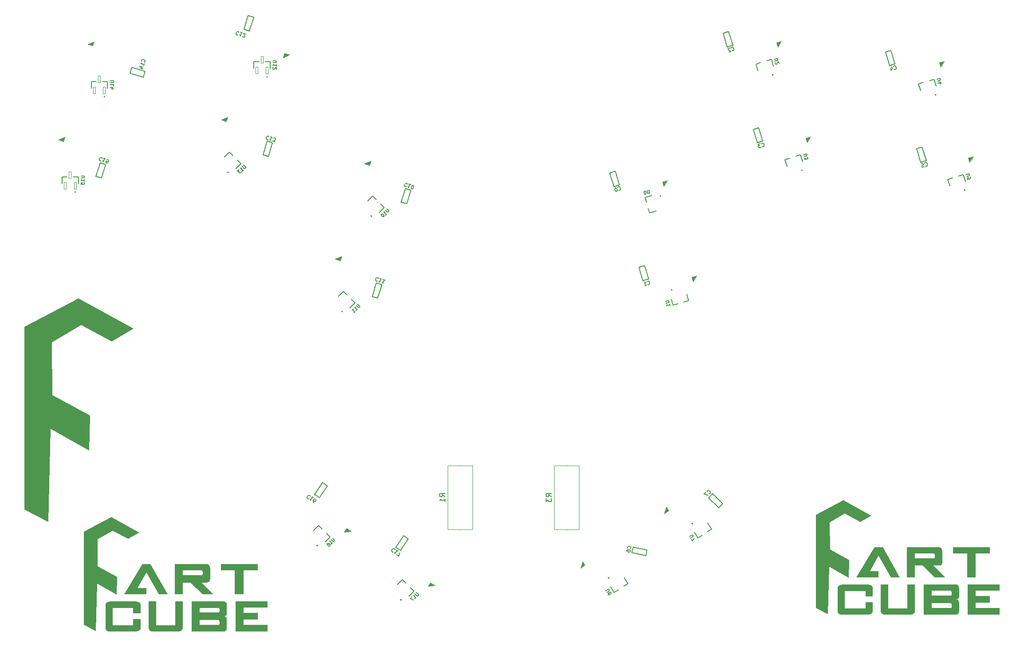
<source format=gbo>
G04 #@! TF.GenerationSoftware,KiCad,Pcbnew,(6.0.10)*
G04 #@! TF.CreationDate,2023-07-09T19:41:39+01:00*
G04 #@! TF.ProjectId,magnetonekeys,6d61676e-6574-46f6-9e65-6b6579732e6b,rev?*
G04 #@! TF.SameCoordinates,Original*
G04 #@! TF.FileFunction,Legend,Bot*
G04 #@! TF.FilePolarity,Positive*
%FSLAX46Y46*%
G04 Gerber Fmt 4.6, Leading zero omitted, Abs format (unit mm)*
G04 Created by KiCad (PCBNEW (6.0.10)) date 2023-07-09 19:41:39*
%MOMM*%
%LPD*%
G01*
G04 APERTURE LIST*
G04 Aperture macros list*
%AMRoundRect*
0 Rectangle with rounded corners*
0 $1 Rounding radius*
0 $2 $3 $4 $5 $6 $7 $8 $9 X,Y pos of 4 corners*
0 Add a 4 corners polygon primitive as box body*
4,1,4,$2,$3,$4,$5,$6,$7,$8,$9,$2,$3,0*
0 Add four circle primitives for the rounded corners*
1,1,$1+$1,$2,$3*
1,1,$1+$1,$4,$5*
1,1,$1+$1,$6,$7*
1,1,$1+$1,$8,$9*
0 Add four rect primitives between the rounded corners*
20,1,$1+$1,$2,$3,$4,$5,0*
20,1,$1+$1,$4,$5,$6,$7,0*
20,1,$1+$1,$6,$7,$8,$9,0*
20,1,$1+$1,$8,$9,$2,$3,0*%
%AMRotRect*
0 Rectangle, with rotation*
0 The origin of the aperture is its center*
0 $1 length*
0 $2 width*
0 $3 Rotation angle, in degrees counterclockwise*
0 Add horizontal line*
21,1,$1,$2,0,0,$3*%
G04 Aperture macros list end*
%ADD10C,0.000000*%
%ADD11C,0.150000*%
%ADD12C,0.127000*%
%ADD13C,0.200000*%
%ADD14C,0.120000*%
%ADD15RoundRect,0.039200X-0.254558X-0.595101X0.595101X0.254558X0.254558X0.595101X-0.595101X-0.254558X0*%
%ADD16C,2.200000*%
%ADD17C,0.500000*%
%ADD18C,1.750000*%
%ADD19RoundRect,0.225000X0.443559X0.556332X-0.688646X-0.178930X-0.443559X-0.556332X0.688646X0.178930X0*%
%ADD20R,1.700000X1.700000*%
%ADD21O,1.700000X1.700000*%
%ADD22RoundRect,0.225000X-0.579722X-0.412519X0.711289X-0.017818X0.579722X0.412519X-0.711289X0.017818X0*%
%ADD23RoundRect,0.225000X-0.688646X0.178930X0.443559X-0.556332X0.688646X-0.178930X-0.443559X0.556332X0*%
%ADD24RoundRect,0.225000X-0.711289X-0.017818X0.579722X-0.412519X0.711289X0.017818X-0.579722X0.412519X0*%
%ADD25RoundRect,0.225000X0.711289X0.017818X-0.579722X0.412519X-0.711289X-0.017818X0.579722X-0.412519X0*%
%ADD26RotRect,0.800000X0.750000X56.000000*%
%ADD27RotRect,0.800000X0.750000X253.000000*%
%ADD28RoundRect,0.039200X0.405935X-0.504145X0.054621X0.644951X-0.405935X0.504145X-0.054621X-0.644951X0*%
%ADD29RoundRect,0.039200X-0.405935X0.504145X-0.054621X-0.644951X0.405935X-0.504145X0.054621X0.644951X0*%
%ADD30RotRect,0.800000X0.750000X73.000000*%
%ADD31RotRect,0.800000X0.750000X343.000000*%
%ADD32RotRect,0.800000X0.750000X107.000000*%
%ADD33RotRect,0.800000X0.750000X316.000000*%
%ADD34RoundRect,0.039200X-0.529171X0.372724X0.125267X-0.635022X0.529171X-0.372724X-0.125267X0.635022X0*%
%ADD35C,2.400000*%
%ADD36O,2.400000X2.400000*%
%ADD37RoundRect,0.039200X0.240800X-0.600800X0.240800X0.600800X-0.240800X0.600800X-0.240800X-0.600800X0*%
%ADD38RoundRect,0.039200X0.504145X0.405935X-0.644951X0.054621X-0.504145X-0.405935X0.644951X-0.054621X0*%
%ADD39RotRect,0.800000X0.750000X348.000000*%
G04 APERTURE END LIST*
D10*
G36*
X105348332Y-141105957D02*
G01*
X102636353Y-141105957D01*
X102636353Y-145688540D01*
X100958895Y-145688540D01*
X100958895Y-141105957D01*
X98326289Y-141105957D01*
X98326289Y-139933853D01*
X105348332Y-139933853D01*
X105348332Y-141105957D01*
G37*
G36*
X88153061Y-145691187D02*
G01*
X86446499Y-145691187D01*
X86446499Y-145691186D01*
X84094354Y-141510770D01*
X82432770Y-144476749D01*
X84094354Y-144476749D01*
X84094354Y-145693832D01*
X79847791Y-145693832D01*
X80366375Y-144844519D01*
X83300604Y-139925916D01*
X84877520Y-139925916D01*
X88153061Y-145691187D01*
G37*
G36*
X95627541Y-139925916D02*
G01*
X95662500Y-139926675D01*
X95696436Y-139928954D01*
X95729349Y-139932753D01*
X95761238Y-139938070D01*
X95792104Y-139944907D01*
X95821947Y-139953263D01*
X95850767Y-139963138D01*
X95878564Y-139974533D01*
X95905338Y-139987447D01*
X95931088Y-140001880D01*
X95955815Y-140017833D01*
X95979519Y-140035304D01*
X96002200Y-140054296D01*
X96023857Y-140074806D01*
X96044492Y-140096836D01*
X96064103Y-140120385D01*
X96082691Y-140145453D01*
X96100256Y-140172040D01*
X96116797Y-140200147D01*
X96132316Y-140229773D01*
X96146811Y-140260919D01*
X96160283Y-140293583D01*
X96172732Y-140327767D01*
X96184158Y-140363470D01*
X96194560Y-140400693D01*
X96203939Y-140439435D01*
X96212296Y-140479696D01*
X96219628Y-140521476D01*
X96225938Y-140564776D01*
X96231225Y-140609595D01*
X96238728Y-140703791D01*
X96238728Y-142809874D01*
X96238116Y-142845073D01*
X96236280Y-142879235D01*
X96233221Y-142912358D01*
X96228940Y-142944445D01*
X96223439Y-142975494D01*
X96216718Y-143005507D01*
X96208777Y-143034485D01*
X96199619Y-143062427D01*
X96189244Y-143089334D01*
X96177653Y-143115207D01*
X96164846Y-143140047D01*
X96150826Y-143163852D01*
X96135593Y-143186625D01*
X96119147Y-143208366D01*
X96101490Y-143229074D01*
X96082623Y-143248752D01*
X96062547Y-143267398D01*
X96041263Y-143285014D01*
X96018771Y-143301599D01*
X95995073Y-143317156D01*
X95970170Y-143331683D01*
X95944062Y-143345182D01*
X95916751Y-143357652D01*
X95888237Y-143369096D01*
X95858522Y-143379512D01*
X95827607Y-143388901D01*
X95795491Y-143397265D01*
X95762178Y-143404602D01*
X95727667Y-143410915D01*
X95691959Y-143416203D01*
X95616957Y-143423707D01*
X94553334Y-143423707D01*
X96855208Y-145691186D01*
X94812623Y-145691186D01*
X92510748Y-143423707D01*
X90999979Y-143423707D01*
X90999979Y-145691186D01*
X89502437Y-145691186D01*
X89502437Y-142050520D01*
X90999979Y-142050520D01*
X94598311Y-142050520D01*
X94611504Y-142050186D01*
X94624293Y-142049186D01*
X94636677Y-142047520D01*
X94648654Y-142045187D01*
X94660225Y-142042187D01*
X94671388Y-142038520D01*
X94682142Y-142034187D01*
X94692486Y-142029188D01*
X94702420Y-142023521D01*
X94711941Y-142017188D01*
X94721050Y-142010189D01*
X94729745Y-142002523D01*
X94738026Y-141994190D01*
X94745890Y-141985190D01*
X94753338Y-141975524D01*
X94760369Y-141965192D01*
X94766981Y-141954192D01*
X94773173Y-141942526D01*
X94778945Y-141930194D01*
X94784295Y-141917194D01*
X94789223Y-141903529D01*
X94793727Y-141889196D01*
X94797807Y-141874197D01*
X94801462Y-141858531D01*
X94804690Y-141842199D01*
X94807491Y-141825200D01*
X94809864Y-141807535D01*
X94811808Y-141789202D01*
X94813321Y-141770203D01*
X94814403Y-141750538D01*
X94815053Y-141730206D01*
X94815270Y-141709207D01*
X94815270Y-141471082D01*
X94814432Y-141429752D01*
X94811916Y-141391087D01*
X94807718Y-141355089D01*
X94801834Y-141321758D01*
X94794261Y-141291093D01*
X94784993Y-141263095D01*
X94774028Y-141237763D01*
X94767908Y-141226097D01*
X94761362Y-141215098D01*
X94754389Y-141204765D01*
X94746990Y-141195099D01*
X94739163Y-141186100D01*
X94730909Y-141177767D01*
X94722226Y-141170101D01*
X94713115Y-141163101D01*
X94703574Y-141156768D01*
X94693603Y-141151102D01*
X94683203Y-141146102D01*
X94672371Y-141141769D01*
X94661109Y-141138103D01*
X94649414Y-141135103D01*
X94637288Y-141132770D01*
X94624729Y-141131103D01*
X94611737Y-141130103D01*
X94598311Y-141129770D01*
X90999979Y-141129770D01*
X90999979Y-142050520D01*
X89502437Y-142050520D01*
X89502437Y-139925916D01*
X95627541Y-139925916D01*
G37*
G36*
X82005965Y-147029124D02*
G01*
X82123379Y-147037123D01*
X82233407Y-147050456D01*
X82336044Y-147069121D01*
X82431285Y-147093120D01*
X82519128Y-147122451D01*
X82599568Y-147157116D01*
X82672602Y-147197113D01*
X82706340Y-147219112D01*
X82738225Y-147242444D01*
X82768257Y-147267109D01*
X82796434Y-147293107D01*
X82822757Y-147320439D01*
X82847225Y-147349104D01*
X82869837Y-147379102D01*
X82890594Y-147410434D01*
X82909494Y-147443098D01*
X82926537Y-147477096D01*
X82941722Y-147512427D01*
X82955050Y-147549092D01*
X82966519Y-147587089D01*
X82976129Y-147626420D01*
X82989771Y-147709082D01*
X82989771Y-149299228D01*
X81571604Y-149299228D01*
X81571604Y-148259415D01*
X81574249Y-148259415D01*
X81571604Y-148256769D01*
X81571604Y-148259415D01*
X77661062Y-148259415D01*
X77661062Y-151590519D01*
X81574250Y-151590519D01*
X81574250Y-150373436D01*
X82992417Y-150373436D01*
X82992417Y-151950353D01*
X82995750Y-151982792D01*
X82997812Y-152014627D01*
X82998602Y-152045854D01*
X82998122Y-152076474D01*
X82996370Y-152106486D01*
X82993347Y-152135888D01*
X82989052Y-152164680D01*
X82983487Y-152192860D01*
X82976650Y-152220428D01*
X82968542Y-152247382D01*
X82959162Y-152273723D01*
X82948512Y-152299448D01*
X82936590Y-152324556D01*
X82923397Y-152349048D01*
X82908933Y-152372921D01*
X82893198Y-152396176D01*
X82876191Y-152418810D01*
X82857913Y-152440823D01*
X82838364Y-152462214D01*
X82817543Y-152482982D01*
X82795452Y-152503126D01*
X82772089Y-152522645D01*
X82747455Y-152541538D01*
X82721549Y-152559804D01*
X82694373Y-152577442D01*
X82665925Y-152594452D01*
X82605215Y-152626580D01*
X82539421Y-152656182D01*
X82468541Y-152683249D01*
X82436884Y-152694815D01*
X82404421Y-152705707D01*
X82371152Y-152715933D01*
X82337076Y-152725499D01*
X82302195Y-152734415D01*
X82266507Y-152742687D01*
X82230013Y-152750323D01*
X82192713Y-152757332D01*
X82115695Y-152769497D01*
X82035452Y-152779243D01*
X81951984Y-152786632D01*
X81865292Y-152791728D01*
X80211646Y-152795697D01*
X77089563Y-152791728D01*
X77041892Y-152790914D01*
X76995615Y-152788471D01*
X76950734Y-152784400D01*
X76907249Y-152778700D01*
X76865158Y-152771370D01*
X76824463Y-152762410D01*
X76785163Y-152751819D01*
X76747258Y-152739596D01*
X76710749Y-152725743D01*
X76675635Y-152710257D01*
X76641916Y-152693138D01*
X76609592Y-152674386D01*
X76578664Y-152654001D01*
X76549131Y-152631981D01*
X76520993Y-152608327D01*
X76494251Y-152583038D01*
X76468903Y-152556113D01*
X76444951Y-152527552D01*
X76422395Y-152497355D01*
X76401233Y-152465520D01*
X76381467Y-152432049D01*
X76363096Y-152396939D01*
X76346120Y-152360190D01*
X76330540Y-152321803D01*
X76316354Y-152281776D01*
X76303565Y-152240110D01*
X76292170Y-152196803D01*
X76282171Y-152151855D01*
X76273566Y-152105266D01*
X76266358Y-152057034D01*
X76256126Y-151955645D01*
X76262079Y-151295881D01*
X76264063Y-150368475D01*
X76257754Y-148256769D01*
X76256126Y-147711728D01*
X76257195Y-147672614D01*
X76260404Y-147634647D01*
X76265751Y-147597826D01*
X76273236Y-147562150D01*
X76282858Y-147527621D01*
X76294618Y-147494235D01*
X76308513Y-147461995D01*
X76324545Y-147430898D01*
X76342713Y-147400944D01*
X76363015Y-147372133D01*
X76385452Y-147344465D01*
X76410023Y-147317938D01*
X76436728Y-147292553D01*
X76465566Y-147268309D01*
X76496536Y-147245205D01*
X76529639Y-147223241D01*
X76564873Y-147202417D01*
X76602238Y-147182731D01*
X76641734Y-147164184D01*
X76683361Y-147146775D01*
X76727117Y-147130504D01*
X76773002Y-147115370D01*
X76821016Y-147101372D01*
X76871158Y-147088510D01*
X76923428Y-147076784D01*
X76977825Y-147066193D01*
X77034349Y-147056737D01*
X77093000Y-147048414D01*
X77153776Y-147041226D01*
X77216677Y-147035170D01*
X77348855Y-147026457D01*
X81881167Y-147026457D01*
X82005965Y-147029124D01*
G37*
G36*
X85916061Y-151556124D02*
G01*
X89577893Y-151556124D01*
X89577893Y-147029103D01*
X91046333Y-147029103D01*
X91046333Y-151884207D01*
X91045449Y-151936041D01*
X91042797Y-151986370D01*
X91038377Y-152035193D01*
X91032189Y-152082510D01*
X91024231Y-152128319D01*
X91014503Y-152172619D01*
X91003005Y-152215410D01*
X90989736Y-152256690D01*
X90974696Y-152296459D01*
X90957885Y-152334715D01*
X90939301Y-152371458D01*
X90918945Y-152406686D01*
X90896815Y-152440399D01*
X90872912Y-152472596D01*
X90847234Y-152503275D01*
X90819782Y-152532436D01*
X90790555Y-152560077D01*
X90759553Y-152586199D01*
X90726774Y-152610799D01*
X90692219Y-152633877D01*
X90655887Y-152655432D01*
X90617777Y-152675462D01*
X90577889Y-152693968D01*
X90536223Y-152710947D01*
X90492778Y-152726399D01*
X90447553Y-152740324D01*
X90400549Y-152752719D01*
X90351764Y-152763585D01*
X90301198Y-152772919D01*
X90248851Y-152780722D01*
X90138810Y-152791728D01*
X85331332Y-152791728D01*
X85282677Y-152790859D01*
X85235431Y-152788254D01*
X85189597Y-152783910D01*
X85145173Y-152777827D01*
X85102160Y-152770003D01*
X85060558Y-152760439D01*
X85020367Y-152749132D01*
X84981586Y-152736082D01*
X84944217Y-152721289D01*
X84908258Y-152704750D01*
X84873709Y-152686465D01*
X84840572Y-152666433D01*
X84808845Y-152644653D01*
X84778529Y-152621124D01*
X84749624Y-152595846D01*
X84722130Y-152568816D01*
X84696046Y-152540035D01*
X84671373Y-152509501D01*
X84648111Y-152477213D01*
X84626259Y-152443170D01*
X84605819Y-152407372D01*
X84586789Y-152369817D01*
X84569170Y-152330504D01*
X84552962Y-152289433D01*
X84538164Y-152246602D01*
X84524777Y-152202010D01*
X84512801Y-152155657D01*
X84502236Y-152107542D01*
X84493081Y-152057663D01*
X84485338Y-152006020D01*
X84474082Y-151897436D01*
X84474082Y-147029103D01*
X85916061Y-147029103D01*
X85916061Y-151556124D01*
G37*
G36*
X98830375Y-147029103D02*
G01*
X98865822Y-147029862D01*
X98900231Y-147032141D01*
X98933601Y-147035940D01*
X98965932Y-147041257D01*
X98997225Y-147048094D01*
X99027479Y-147056450D01*
X99056694Y-147066325D01*
X99084870Y-147077720D01*
X99112008Y-147090634D01*
X99138107Y-147105067D01*
X99163168Y-147121020D01*
X99187190Y-147138491D01*
X99210173Y-147157483D01*
X99232117Y-147177993D01*
X99253023Y-147200023D01*
X99272890Y-147223572D01*
X99291718Y-147248640D01*
X99309508Y-147275227D01*
X99326259Y-147303334D01*
X99341971Y-147332960D01*
X99356644Y-147364106D01*
X99370279Y-147396770D01*
X99382875Y-147430954D01*
X99394433Y-147466657D01*
X99404951Y-147503880D01*
X99414431Y-147542622D01*
X99422873Y-147582883D01*
X99430275Y-147624663D01*
X99436639Y-147667963D01*
X99441964Y-147712782D01*
X99449498Y-147806978D01*
X99449498Y-149262186D01*
X99452018Y-149297153D01*
X99453126Y-149331110D01*
X99452824Y-149364057D01*
X99451111Y-149395992D01*
X99447987Y-149426913D01*
X99443452Y-149456820D01*
X99437507Y-149485709D01*
X99430150Y-149513582D01*
X99421383Y-149540434D01*
X99411206Y-149566266D01*
X99399617Y-149591076D01*
X99386618Y-149614862D01*
X99372208Y-149637623D01*
X99356387Y-149659358D01*
X99339156Y-149680064D01*
X99320514Y-149699741D01*
X99300461Y-149718387D01*
X99278997Y-149736000D01*
X99256122Y-149752580D01*
X99231837Y-149768124D01*
X99206141Y-149782632D01*
X99179034Y-149796101D01*
X99150517Y-149808531D01*
X99120589Y-149819919D01*
X99089249Y-149830265D01*
X99056500Y-149839567D01*
X99022339Y-149847824D01*
X98986768Y-149855034D01*
X98949786Y-149861195D01*
X98911393Y-149866306D01*
X98871589Y-149870366D01*
X98830375Y-149873374D01*
X98865822Y-149872312D01*
X98900231Y-149872598D01*
X98933601Y-149874234D01*
X98965932Y-149877218D01*
X98997225Y-149881551D01*
X99027479Y-149887233D01*
X99056694Y-149894264D01*
X99084870Y-149902643D01*
X99112008Y-149912371D01*
X99138107Y-149923448D01*
X99163168Y-149935874D01*
X99187190Y-149949648D01*
X99210173Y-149964771D01*
X99232117Y-149981243D01*
X99253023Y-149999064D01*
X99272890Y-150018233D01*
X99291718Y-150038751D01*
X99309508Y-150060618D01*
X99326259Y-150083834D01*
X99341971Y-150108398D01*
X99356644Y-150134311D01*
X99370279Y-150161573D01*
X99382875Y-150190184D01*
X99394433Y-150220143D01*
X99404951Y-150251451D01*
X99414431Y-150284108D01*
X99422873Y-150318114D01*
X99430275Y-150353468D01*
X99436639Y-150390171D01*
X99441964Y-150428223D01*
X99449498Y-150508373D01*
X99449498Y-152045603D01*
X99447111Y-152130403D01*
X99439949Y-152210172D01*
X99428011Y-152284902D01*
X99420252Y-152320376D01*
X99411299Y-152354587D01*
X99401153Y-152387534D01*
X99389812Y-152419217D01*
X99377278Y-152449635D01*
X99363551Y-152478786D01*
X99348629Y-152506669D01*
X99332514Y-152533285D01*
X99315205Y-152558631D01*
X99296702Y-152582707D01*
X99277006Y-152605512D01*
X99256116Y-152627044D01*
X99234032Y-152647303D01*
X99210754Y-152666288D01*
X99186283Y-152683998D01*
X99160618Y-152700432D01*
X99133759Y-152715589D01*
X99105706Y-152729468D01*
X99076460Y-152742068D01*
X99046020Y-152753388D01*
X99014386Y-152763427D01*
X98981559Y-152772184D01*
X98947538Y-152779658D01*
X98912323Y-152785848D01*
X98838311Y-152794374D01*
X92699979Y-152794374D01*
X92699979Y-151521728D01*
X94210748Y-151521728D01*
X97809081Y-151521728D01*
X97822274Y-151521394D01*
X97835063Y-151520395D01*
X97847447Y-151518730D01*
X97859425Y-151516400D01*
X97870996Y-151513405D01*
X97882159Y-151509746D01*
X97892913Y-151505423D01*
X97903257Y-151500437D01*
X97913190Y-151494788D01*
X97922712Y-151488477D01*
X97931821Y-151481504D01*
X97940516Y-151473870D01*
X97948796Y-151465575D01*
X97956661Y-151456620D01*
X97964109Y-151447005D01*
X97971139Y-151436730D01*
X97977751Y-151425797D01*
X97983943Y-151414205D01*
X97989715Y-151401955D01*
X97995065Y-151389048D01*
X97999993Y-151375484D01*
X98004498Y-151361264D01*
X98008578Y-151346387D01*
X98012232Y-151330855D01*
X98015461Y-151314668D01*
X98018262Y-151297827D01*
X98020634Y-151280332D01*
X98022578Y-151262183D01*
X98024091Y-151243380D01*
X98025173Y-151223926D01*
X98025823Y-151203819D01*
X98026040Y-151183061D01*
X98026040Y-150944936D01*
X98025202Y-150904071D01*
X98022686Y-150865814D01*
X98018488Y-150830170D01*
X98012604Y-150797141D01*
X98005031Y-150766733D01*
X97995763Y-150738948D01*
X97984798Y-150713792D01*
X97978677Y-150702200D01*
X97972131Y-150691266D01*
X97965159Y-150680992D01*
X97957759Y-150671377D01*
X97949933Y-150662421D01*
X97941678Y-150654127D01*
X97932995Y-150646492D01*
X97923884Y-150639520D01*
X97914343Y-150633208D01*
X97904373Y-150627560D01*
X97893972Y-150622574D01*
X97883141Y-150618251D01*
X97871878Y-150614592D01*
X97860184Y-150611597D01*
X97848058Y-150609267D01*
X97835499Y-150607602D01*
X97822507Y-150606602D01*
X97809081Y-150606269D01*
X94210748Y-150606269D01*
X94210748Y-151521728D01*
X92699979Y-151521728D01*
X92699979Y-149153707D01*
X94210748Y-149153707D01*
X97809081Y-149153707D01*
X97822274Y-149153374D01*
X97835063Y-149152374D01*
X97847447Y-149150709D01*
X97859425Y-149148379D01*
X97870996Y-149145384D01*
X97882159Y-149141725D01*
X97892913Y-149137402D01*
X97903257Y-149132416D01*
X97913190Y-149126767D01*
X97922712Y-149120456D01*
X97931821Y-149113483D01*
X97940516Y-149105849D01*
X97948796Y-149097554D01*
X97956661Y-149088599D01*
X97964109Y-149078984D01*
X97971139Y-149068710D01*
X97977751Y-149057776D01*
X97983943Y-149046184D01*
X97989715Y-149033935D01*
X97995065Y-149021028D01*
X97999993Y-149007464D01*
X98004498Y-148993243D01*
X98008578Y-148978367D01*
X98012232Y-148962835D01*
X98015461Y-148946648D01*
X98018262Y-148929807D01*
X98020634Y-148912311D01*
X98022578Y-148894162D01*
X98024091Y-148875360D01*
X98025173Y-148855905D01*
X98025823Y-148835799D01*
X98026040Y-148815040D01*
X98026040Y-148576916D01*
X98025202Y-148537012D01*
X98022686Y-148499654D01*
X98018488Y-148464847D01*
X98012604Y-148432594D01*
X98005031Y-148402898D01*
X97995763Y-148375765D01*
X97984798Y-148351197D01*
X97978677Y-148339877D01*
X97972131Y-148329199D01*
X97965159Y-148319165D01*
X97957759Y-148309775D01*
X97949933Y-148301029D01*
X97941678Y-148292928D01*
X97932995Y-148285472D01*
X97923884Y-148278662D01*
X97914343Y-148272498D01*
X97904373Y-148266981D01*
X97893972Y-148262111D01*
X97883141Y-148257889D01*
X97871878Y-148254315D01*
X97860184Y-148251390D01*
X97848058Y-148249114D01*
X97835499Y-148247488D01*
X97822507Y-148246512D01*
X97809081Y-148246186D01*
X94210748Y-148246186D01*
X94210748Y-149153707D01*
X92699979Y-149153707D01*
X92699979Y-147029103D01*
X98830375Y-147029103D01*
G37*
G36*
X107222955Y-148217082D02*
G01*
X102595392Y-148217082D01*
X102595392Y-149246311D01*
X105307370Y-149246311D01*
X105307370Y-150497790D01*
X102600683Y-150497790D01*
X102600683Y-151527020D01*
X107207078Y-151527020D01*
X107207078Y-152794373D01*
X101105788Y-152794373D01*
X101105788Y-147037040D01*
X107222955Y-147037040D01*
X107222955Y-148217082D01*
G37*
G36*
X82724792Y-133874584D02*
G01*
X80605479Y-135118126D01*
X77631562Y-133514751D01*
X74784646Y-135200147D01*
X74813750Y-140356875D01*
X78486167Y-142351833D01*
X78417375Y-145754376D01*
X74670875Y-143611250D01*
X74432750Y-152691750D01*
X72107063Y-151469376D01*
X72107063Y-133692022D01*
X77359042Y-130927126D01*
X82724792Y-133874584D01*
G37*
G36*
X222444460Y-130652356D02*
G01*
X220325147Y-131895898D01*
X217351230Y-130292523D01*
X214504314Y-131977919D01*
X214533418Y-137134647D01*
X218205835Y-139129605D01*
X218137043Y-142532148D01*
X214390543Y-140389022D01*
X214152418Y-149469522D01*
X211826731Y-148247148D01*
X211826731Y-130469794D01*
X217078710Y-127704898D01*
X222444460Y-130652356D01*
G37*
G36*
X235347209Y-136703688D02*
G01*
X235382168Y-136704447D01*
X235416104Y-136706726D01*
X235449017Y-136710525D01*
X235480906Y-136715842D01*
X235511772Y-136722679D01*
X235541615Y-136731035D01*
X235570435Y-136740910D01*
X235598232Y-136752305D01*
X235625006Y-136765219D01*
X235650756Y-136779652D01*
X235675483Y-136795605D01*
X235699187Y-136813076D01*
X235721868Y-136832068D01*
X235743525Y-136852578D01*
X235764160Y-136874608D01*
X235783771Y-136898157D01*
X235802359Y-136923225D01*
X235819924Y-136949812D01*
X235836465Y-136977919D01*
X235851984Y-137007545D01*
X235866479Y-137038691D01*
X235879951Y-137071355D01*
X235892400Y-137105539D01*
X235903826Y-137141242D01*
X235914228Y-137178465D01*
X235923607Y-137217207D01*
X235931964Y-137257468D01*
X235939296Y-137299248D01*
X235945606Y-137342548D01*
X235950893Y-137387367D01*
X235958396Y-137481563D01*
X235958396Y-139587646D01*
X235957784Y-139622845D01*
X235955948Y-139657007D01*
X235952889Y-139690130D01*
X235948608Y-139722217D01*
X235943107Y-139753266D01*
X235936386Y-139783279D01*
X235928445Y-139812257D01*
X235919287Y-139840199D01*
X235908912Y-139867106D01*
X235897321Y-139892979D01*
X235884514Y-139917819D01*
X235870494Y-139941624D01*
X235855261Y-139964397D01*
X235838815Y-139986138D01*
X235821158Y-140006846D01*
X235802291Y-140026524D01*
X235782215Y-140045170D01*
X235760931Y-140062786D01*
X235738439Y-140079371D01*
X235714741Y-140094928D01*
X235689838Y-140109455D01*
X235663730Y-140122954D01*
X235636419Y-140135424D01*
X235607905Y-140146868D01*
X235578190Y-140157284D01*
X235547275Y-140166673D01*
X235515159Y-140175037D01*
X235481846Y-140182374D01*
X235447335Y-140188687D01*
X235411627Y-140193975D01*
X235336625Y-140201479D01*
X234273002Y-140201479D01*
X236574876Y-142468958D01*
X234532291Y-142468958D01*
X232230416Y-140201479D01*
X230719647Y-140201479D01*
X230719647Y-142468958D01*
X229222105Y-142468958D01*
X229222105Y-138828292D01*
X230719647Y-138828292D01*
X234317979Y-138828292D01*
X234331172Y-138827958D01*
X234343961Y-138826958D01*
X234356345Y-138825292D01*
X234368322Y-138822959D01*
X234379893Y-138819959D01*
X234391056Y-138816292D01*
X234401810Y-138811959D01*
X234412154Y-138806960D01*
X234422088Y-138801293D01*
X234431609Y-138794960D01*
X234440718Y-138787961D01*
X234449413Y-138780295D01*
X234457694Y-138771962D01*
X234465558Y-138762962D01*
X234473006Y-138753296D01*
X234480037Y-138742964D01*
X234486649Y-138731964D01*
X234492841Y-138720298D01*
X234498613Y-138707966D01*
X234503963Y-138694966D01*
X234508891Y-138681301D01*
X234513395Y-138666968D01*
X234517475Y-138651969D01*
X234521130Y-138636303D01*
X234524358Y-138619971D01*
X234527159Y-138602972D01*
X234529532Y-138585307D01*
X234531476Y-138566974D01*
X234532989Y-138547975D01*
X234534071Y-138528310D01*
X234534721Y-138507978D01*
X234534938Y-138486979D01*
X234534938Y-138248854D01*
X234534100Y-138207524D01*
X234531584Y-138168859D01*
X234527386Y-138132861D01*
X234521502Y-138099530D01*
X234513929Y-138068865D01*
X234504661Y-138040867D01*
X234493696Y-138015535D01*
X234487576Y-138003869D01*
X234481030Y-137992870D01*
X234474057Y-137982537D01*
X234466658Y-137972871D01*
X234458831Y-137963872D01*
X234450577Y-137955539D01*
X234441894Y-137947873D01*
X234432783Y-137940873D01*
X234423242Y-137934540D01*
X234413271Y-137928874D01*
X234402871Y-137923874D01*
X234392039Y-137919541D01*
X234380777Y-137915875D01*
X234369082Y-137912875D01*
X234356956Y-137910542D01*
X234344397Y-137908875D01*
X234331405Y-137907875D01*
X234317979Y-137907542D01*
X230719647Y-137907542D01*
X230719647Y-138828292D01*
X229222105Y-138828292D01*
X229222105Y-136703688D01*
X235347209Y-136703688D01*
G37*
G36*
X245068000Y-137883729D02*
G01*
X242356021Y-137883729D01*
X242356021Y-142466312D01*
X240678563Y-142466312D01*
X240678563Y-137883729D01*
X238045957Y-137883729D01*
X238045957Y-136711625D01*
X245068000Y-136711625D01*
X245068000Y-137883729D01*
G37*
G36*
X227872729Y-142468959D02*
G01*
X226166167Y-142468959D01*
X226166167Y-142468958D01*
X223814022Y-138288542D01*
X222152438Y-141254521D01*
X223814022Y-141254521D01*
X223814022Y-142471604D01*
X219567459Y-142471604D01*
X220086043Y-141622291D01*
X223020272Y-136703688D01*
X224597188Y-136703688D01*
X227872729Y-142468959D01*
G37*
G36*
X246942623Y-144994854D02*
G01*
X242315060Y-144994854D01*
X242315060Y-146024083D01*
X245027038Y-146024083D01*
X245027038Y-147275562D01*
X242320351Y-147275562D01*
X242320351Y-148304792D01*
X246926746Y-148304792D01*
X246926746Y-149572145D01*
X240825456Y-149572145D01*
X240825456Y-143814812D01*
X246942623Y-143814812D01*
X246942623Y-144994854D01*
G37*
G36*
X238550043Y-143806875D02*
G01*
X238585490Y-143807634D01*
X238619899Y-143809913D01*
X238653269Y-143813712D01*
X238685600Y-143819029D01*
X238716893Y-143825866D01*
X238747147Y-143834222D01*
X238776362Y-143844097D01*
X238804538Y-143855492D01*
X238831676Y-143868406D01*
X238857775Y-143882839D01*
X238882836Y-143898792D01*
X238906858Y-143916263D01*
X238929841Y-143935255D01*
X238951785Y-143955765D01*
X238972691Y-143977795D01*
X238992558Y-144001344D01*
X239011386Y-144026412D01*
X239029176Y-144052999D01*
X239045927Y-144081106D01*
X239061639Y-144110732D01*
X239076312Y-144141878D01*
X239089947Y-144174542D01*
X239102543Y-144208726D01*
X239114101Y-144244429D01*
X239124619Y-144281652D01*
X239134099Y-144320394D01*
X239142541Y-144360655D01*
X239149943Y-144402435D01*
X239156307Y-144445735D01*
X239161632Y-144490554D01*
X239169166Y-144584750D01*
X239169166Y-146039958D01*
X239171686Y-146074925D01*
X239172794Y-146108882D01*
X239172492Y-146141829D01*
X239170779Y-146173764D01*
X239167655Y-146204685D01*
X239163120Y-146234592D01*
X239157175Y-146263481D01*
X239149818Y-146291354D01*
X239141051Y-146318206D01*
X239130874Y-146344038D01*
X239119285Y-146368848D01*
X239106286Y-146392634D01*
X239091876Y-146415395D01*
X239076055Y-146437130D01*
X239058824Y-146457836D01*
X239040182Y-146477513D01*
X239020129Y-146496159D01*
X238998665Y-146513772D01*
X238975790Y-146530352D01*
X238951505Y-146545896D01*
X238925809Y-146560404D01*
X238898702Y-146573873D01*
X238870185Y-146586303D01*
X238840257Y-146597691D01*
X238808917Y-146608037D01*
X238776168Y-146617339D01*
X238742007Y-146625596D01*
X238706436Y-146632806D01*
X238669454Y-146638967D01*
X238631061Y-146644078D01*
X238591257Y-146648138D01*
X238550043Y-146651146D01*
X238585490Y-146650084D01*
X238619899Y-146650370D01*
X238653269Y-146652006D01*
X238685600Y-146654990D01*
X238716893Y-146659323D01*
X238747147Y-146665005D01*
X238776362Y-146672036D01*
X238804538Y-146680415D01*
X238831676Y-146690143D01*
X238857775Y-146701220D01*
X238882836Y-146713646D01*
X238906858Y-146727420D01*
X238929841Y-146742543D01*
X238951785Y-146759015D01*
X238972691Y-146776836D01*
X238992558Y-146796005D01*
X239011386Y-146816523D01*
X239029176Y-146838390D01*
X239045927Y-146861606D01*
X239061639Y-146886170D01*
X239076312Y-146912083D01*
X239089947Y-146939345D01*
X239102543Y-146967956D01*
X239114101Y-146997915D01*
X239124619Y-147029223D01*
X239134099Y-147061880D01*
X239142541Y-147095886D01*
X239149943Y-147131240D01*
X239156307Y-147167943D01*
X239161632Y-147205995D01*
X239169166Y-147286145D01*
X239169166Y-148823375D01*
X239166779Y-148908175D01*
X239159617Y-148987944D01*
X239147679Y-149062674D01*
X239139920Y-149098148D01*
X239130967Y-149132359D01*
X239120821Y-149165306D01*
X239109480Y-149196989D01*
X239096946Y-149227407D01*
X239083219Y-149256558D01*
X239068297Y-149284441D01*
X239052182Y-149311057D01*
X239034873Y-149336403D01*
X239016370Y-149360479D01*
X238996674Y-149383284D01*
X238975784Y-149404816D01*
X238953700Y-149425075D01*
X238930422Y-149444060D01*
X238905951Y-149461770D01*
X238880286Y-149478204D01*
X238853427Y-149493361D01*
X238825374Y-149507240D01*
X238796128Y-149519840D01*
X238765688Y-149531160D01*
X238734054Y-149541199D01*
X238701227Y-149549956D01*
X238667206Y-149557430D01*
X238631991Y-149563620D01*
X238557979Y-149572146D01*
X232419647Y-149572146D01*
X232419647Y-148299500D01*
X233930416Y-148299500D01*
X237528749Y-148299500D01*
X237541942Y-148299166D01*
X237554731Y-148298167D01*
X237567115Y-148296502D01*
X237579093Y-148294172D01*
X237590664Y-148291177D01*
X237601827Y-148287518D01*
X237612581Y-148283195D01*
X237622925Y-148278209D01*
X237632858Y-148272560D01*
X237642380Y-148266249D01*
X237651489Y-148259276D01*
X237660184Y-148251642D01*
X237668464Y-148243347D01*
X237676329Y-148234392D01*
X237683777Y-148224777D01*
X237690807Y-148214502D01*
X237697419Y-148203569D01*
X237703611Y-148191977D01*
X237709383Y-148179727D01*
X237714733Y-148166820D01*
X237719661Y-148153256D01*
X237724166Y-148139036D01*
X237728246Y-148124159D01*
X237731900Y-148108627D01*
X237735129Y-148092440D01*
X237737930Y-148075599D01*
X237740302Y-148058104D01*
X237742246Y-148039955D01*
X237743759Y-148021152D01*
X237744841Y-148001698D01*
X237745491Y-147981591D01*
X237745708Y-147960833D01*
X237745708Y-147722708D01*
X237744870Y-147681843D01*
X237742354Y-147643586D01*
X237738156Y-147607942D01*
X237732272Y-147574913D01*
X237724699Y-147544505D01*
X237715431Y-147516720D01*
X237704466Y-147491564D01*
X237698345Y-147479972D01*
X237691799Y-147469038D01*
X237684827Y-147458764D01*
X237677427Y-147449149D01*
X237669601Y-147440193D01*
X237661346Y-147431899D01*
X237652663Y-147424264D01*
X237643552Y-147417292D01*
X237634011Y-147410980D01*
X237624041Y-147405332D01*
X237613640Y-147400346D01*
X237602809Y-147396023D01*
X237591546Y-147392364D01*
X237579852Y-147389369D01*
X237567726Y-147387039D01*
X237555167Y-147385374D01*
X237542175Y-147384374D01*
X237528749Y-147384041D01*
X233930416Y-147384041D01*
X233930416Y-148299500D01*
X232419647Y-148299500D01*
X232419647Y-145931479D01*
X233930416Y-145931479D01*
X237528749Y-145931479D01*
X237541942Y-145931146D01*
X237554731Y-145930146D01*
X237567115Y-145928481D01*
X237579093Y-145926151D01*
X237590664Y-145923156D01*
X237601827Y-145919497D01*
X237612581Y-145915174D01*
X237622925Y-145910188D01*
X237632858Y-145904539D01*
X237642380Y-145898228D01*
X237651489Y-145891255D01*
X237660184Y-145883621D01*
X237668464Y-145875326D01*
X237676329Y-145866371D01*
X237683777Y-145856756D01*
X237690807Y-145846482D01*
X237697419Y-145835548D01*
X237703611Y-145823956D01*
X237709383Y-145811707D01*
X237714733Y-145798800D01*
X237719661Y-145785236D01*
X237724166Y-145771015D01*
X237728246Y-145756139D01*
X237731900Y-145740607D01*
X237735129Y-145724420D01*
X237737930Y-145707579D01*
X237740302Y-145690083D01*
X237742246Y-145671934D01*
X237743759Y-145653132D01*
X237744841Y-145633677D01*
X237745491Y-145613571D01*
X237745708Y-145592812D01*
X237745708Y-145354688D01*
X237744870Y-145314784D01*
X237742354Y-145277426D01*
X237738156Y-145242619D01*
X237732272Y-145210366D01*
X237724699Y-145180670D01*
X237715431Y-145153537D01*
X237704466Y-145128969D01*
X237698345Y-145117649D01*
X237691799Y-145106971D01*
X237684827Y-145096937D01*
X237677427Y-145087547D01*
X237669601Y-145078801D01*
X237661346Y-145070700D01*
X237652663Y-145063244D01*
X237643552Y-145056434D01*
X237634011Y-145050270D01*
X237624041Y-145044753D01*
X237613640Y-145039883D01*
X237602809Y-145035661D01*
X237591546Y-145032087D01*
X237579852Y-145029162D01*
X237567726Y-145026886D01*
X237555167Y-145025260D01*
X237542175Y-145024284D01*
X237528749Y-145023958D01*
X233930416Y-145023958D01*
X233930416Y-145931479D01*
X232419647Y-145931479D01*
X232419647Y-143806875D01*
X238550043Y-143806875D01*
G37*
G36*
X221725633Y-143806896D02*
G01*
X221843047Y-143814895D01*
X221953075Y-143828228D01*
X222055712Y-143846893D01*
X222150953Y-143870892D01*
X222238796Y-143900223D01*
X222319236Y-143934888D01*
X222392270Y-143974885D01*
X222426008Y-143996884D01*
X222457893Y-144020216D01*
X222487925Y-144044881D01*
X222516102Y-144070879D01*
X222542425Y-144098211D01*
X222566893Y-144126876D01*
X222589505Y-144156874D01*
X222610262Y-144188206D01*
X222629162Y-144220870D01*
X222646205Y-144254868D01*
X222661390Y-144290199D01*
X222674718Y-144326864D01*
X222686187Y-144364861D01*
X222695797Y-144404192D01*
X222709439Y-144486854D01*
X222709439Y-146077000D01*
X221291272Y-146077000D01*
X221291272Y-145037187D01*
X221293917Y-145037187D01*
X221291272Y-145034541D01*
X221291272Y-145037187D01*
X217380730Y-145037187D01*
X217380730Y-148368291D01*
X221293918Y-148368291D01*
X221293918Y-147151208D01*
X222712085Y-147151208D01*
X222712085Y-148728125D01*
X222715418Y-148760564D01*
X222717480Y-148792399D01*
X222718270Y-148823626D01*
X222717790Y-148854246D01*
X222716038Y-148884258D01*
X222713015Y-148913660D01*
X222708720Y-148942452D01*
X222703155Y-148970632D01*
X222696318Y-148998200D01*
X222688210Y-149025154D01*
X222678830Y-149051495D01*
X222668180Y-149077220D01*
X222656258Y-149102328D01*
X222643065Y-149126820D01*
X222628601Y-149150693D01*
X222612866Y-149173948D01*
X222595859Y-149196582D01*
X222577581Y-149218595D01*
X222558032Y-149239986D01*
X222537211Y-149260754D01*
X222515120Y-149280898D01*
X222491757Y-149300417D01*
X222467123Y-149319310D01*
X222441217Y-149337576D01*
X222414041Y-149355214D01*
X222385593Y-149372224D01*
X222324883Y-149404352D01*
X222259089Y-149433954D01*
X222188209Y-149461021D01*
X222156552Y-149472587D01*
X222124089Y-149483479D01*
X222090820Y-149493705D01*
X222056744Y-149503271D01*
X222021863Y-149512187D01*
X221986175Y-149520459D01*
X221949681Y-149528095D01*
X221912381Y-149535104D01*
X221835363Y-149547269D01*
X221755120Y-149557015D01*
X221671652Y-149564404D01*
X221584960Y-149569500D01*
X219931314Y-149573469D01*
X216809231Y-149569500D01*
X216761560Y-149568686D01*
X216715283Y-149566243D01*
X216670402Y-149562172D01*
X216626917Y-149556472D01*
X216584826Y-149549142D01*
X216544131Y-149540182D01*
X216504831Y-149529591D01*
X216466926Y-149517368D01*
X216430417Y-149503515D01*
X216395303Y-149488029D01*
X216361584Y-149470910D01*
X216329260Y-149452158D01*
X216298332Y-149431773D01*
X216268799Y-149409753D01*
X216240661Y-149386099D01*
X216213919Y-149360810D01*
X216188571Y-149333885D01*
X216164619Y-149305324D01*
X216142063Y-149275127D01*
X216120901Y-149243292D01*
X216101135Y-149209821D01*
X216082764Y-149174711D01*
X216065788Y-149137962D01*
X216050208Y-149099575D01*
X216036022Y-149059548D01*
X216023233Y-149017882D01*
X216011838Y-148974575D01*
X216001839Y-148929627D01*
X215993234Y-148883038D01*
X215986026Y-148834806D01*
X215975794Y-148733417D01*
X215981747Y-148073653D01*
X215983731Y-147146247D01*
X215977422Y-145034541D01*
X215975794Y-144489500D01*
X215976863Y-144450386D01*
X215980072Y-144412419D01*
X215985419Y-144375598D01*
X215992904Y-144339922D01*
X216002526Y-144305393D01*
X216014286Y-144272007D01*
X216028181Y-144239767D01*
X216044213Y-144208670D01*
X216062381Y-144178716D01*
X216082683Y-144149905D01*
X216105120Y-144122237D01*
X216129691Y-144095710D01*
X216156396Y-144070325D01*
X216185234Y-144046081D01*
X216216204Y-144022977D01*
X216249307Y-144001013D01*
X216284541Y-143980189D01*
X216321906Y-143960503D01*
X216361402Y-143941956D01*
X216403029Y-143924547D01*
X216446785Y-143908276D01*
X216492670Y-143893142D01*
X216540684Y-143879144D01*
X216590826Y-143866282D01*
X216643096Y-143854556D01*
X216697493Y-143843965D01*
X216754017Y-143834509D01*
X216812668Y-143826186D01*
X216873444Y-143818998D01*
X216936345Y-143812942D01*
X217068523Y-143804229D01*
X221600835Y-143804229D01*
X221725633Y-143806896D01*
G37*
G36*
X225635729Y-148333896D02*
G01*
X229297561Y-148333896D01*
X229297561Y-143806875D01*
X230766001Y-143806875D01*
X230766001Y-148661979D01*
X230765117Y-148713813D01*
X230762465Y-148764142D01*
X230758045Y-148812965D01*
X230751857Y-148860282D01*
X230743899Y-148906091D01*
X230734171Y-148950391D01*
X230722673Y-148993182D01*
X230709404Y-149034462D01*
X230694364Y-149074231D01*
X230677553Y-149112487D01*
X230658969Y-149149230D01*
X230638613Y-149184458D01*
X230616483Y-149218171D01*
X230592580Y-149250368D01*
X230566902Y-149281047D01*
X230539450Y-149310208D01*
X230510223Y-149337849D01*
X230479221Y-149363971D01*
X230446442Y-149388571D01*
X230411887Y-149411649D01*
X230375555Y-149433204D01*
X230337445Y-149453234D01*
X230297557Y-149471740D01*
X230255891Y-149488719D01*
X230212446Y-149504171D01*
X230167221Y-149518096D01*
X230120217Y-149530491D01*
X230071432Y-149541357D01*
X230020866Y-149550691D01*
X229968519Y-149558494D01*
X229858478Y-149569500D01*
X225051000Y-149569500D01*
X225002345Y-149568631D01*
X224955099Y-149566026D01*
X224909265Y-149561682D01*
X224864841Y-149555599D01*
X224821828Y-149547775D01*
X224780226Y-149538211D01*
X224740035Y-149526904D01*
X224701254Y-149513854D01*
X224663885Y-149499061D01*
X224627926Y-149482522D01*
X224593377Y-149464237D01*
X224560240Y-149444205D01*
X224528513Y-149422425D01*
X224498197Y-149398896D01*
X224469292Y-149373618D01*
X224441798Y-149346588D01*
X224415714Y-149317807D01*
X224391041Y-149287273D01*
X224367779Y-149254985D01*
X224345927Y-149220942D01*
X224325487Y-149185144D01*
X224306457Y-149147589D01*
X224288838Y-149108276D01*
X224272630Y-149067205D01*
X224257832Y-149024374D01*
X224244445Y-148979782D01*
X224232469Y-148933429D01*
X224221904Y-148885314D01*
X224212749Y-148835435D01*
X224205006Y-148783792D01*
X224193750Y-148675208D01*
X224193750Y-143806875D01*
X225635729Y-143806875D01*
X225635729Y-148333896D01*
G37*
G36*
X81639958Y-94936023D02*
G01*
X77480708Y-97375479D01*
X71644000Y-94232230D01*
X66056000Y-97539522D01*
X66111562Y-107662479D01*
X73321457Y-111575668D01*
X73189166Y-118253750D01*
X65833750Y-114046875D01*
X65365437Y-131874498D01*
X60801375Y-129472082D01*
X60801375Y-94581480D01*
X71109542Y-89152230D01*
X81639958Y-94936023D01*
G37*
D11*
X135602690Y-145336651D02*
X135969039Y-145703000D01*
X135990589Y-145767650D01*
X135990589Y-145810750D01*
X135969039Y-145875399D01*
X135882839Y-145961599D01*
X135818190Y-145983149D01*
X135775090Y-145983149D01*
X135710440Y-145961599D01*
X135344091Y-145595251D01*
X135344091Y-146500347D02*
X135602690Y-146241748D01*
X135473391Y-146371048D02*
X135020842Y-145918499D01*
X135128592Y-145940049D01*
X135214792Y-145940049D01*
X135279442Y-145918499D01*
X134740694Y-146198648D02*
X134438995Y-146500347D01*
X135085492Y-146758946D01*
X115370106Y-126956728D02*
X115361111Y-126910454D01*
X115296847Y-126826900D01*
X115241578Y-126789621D01*
X115140034Y-126761336D01*
X115047486Y-126779325D01*
X114982571Y-126815955D01*
X114880378Y-126907853D01*
X114824459Y-126990757D01*
X114777534Y-127119935D01*
X114767889Y-127193844D01*
X114785879Y-127286393D01*
X114850143Y-127369947D01*
X114905412Y-127407226D01*
X115006955Y-127435511D01*
X115053230Y-127426516D01*
X115960077Y-127274254D02*
X115628462Y-127050577D01*
X115794270Y-127162416D02*
X115402835Y-127742742D01*
X115403485Y-127622559D01*
X115385495Y-127530010D01*
X115348866Y-127465096D01*
X116066065Y-128190096D02*
X115955526Y-128115537D01*
X115918897Y-128050623D01*
X115909902Y-128004349D01*
X115910552Y-127884166D01*
X115957477Y-127754988D01*
X116106595Y-127533911D01*
X116171509Y-127497281D01*
X116217783Y-127488287D01*
X116291692Y-127497932D01*
X116402230Y-127572491D01*
X116438860Y-127637405D01*
X116447855Y-127683679D01*
X116438210Y-127757588D01*
X116345011Y-127895761D01*
X116280097Y-127932390D01*
X116233822Y-127941385D01*
X116159914Y-127931740D01*
X116049375Y-127857181D01*
X116012746Y-127792267D01*
X116003751Y-127745993D01*
X116013396Y-127672084D01*
X75619171Y-62411686D02*
X75597040Y-62370063D01*
X75511155Y-62308949D01*
X75447402Y-62289458D01*
X75342026Y-62292098D01*
X75258780Y-62336360D01*
X75207412Y-62390368D01*
X75136552Y-62508129D01*
X75107315Y-62603760D01*
X75100209Y-62741013D01*
X75112595Y-62814512D01*
X75156857Y-62897757D01*
X75242742Y-62958871D01*
X75306495Y-62978363D01*
X75411871Y-62975723D01*
X75453494Y-62953592D01*
X76276199Y-62542847D02*
X75893677Y-62425898D01*
X76084938Y-62484373D02*
X75880278Y-63153786D01*
X75845762Y-63038664D01*
X75801499Y-62955419D01*
X75747491Y-62904051D01*
X76677199Y-63397429D02*
X76358430Y-63299972D01*
X76424011Y-62971458D01*
X76446142Y-63013080D01*
X76500150Y-63064449D01*
X76659534Y-63113177D01*
X76733033Y-63100792D01*
X76774656Y-63078661D01*
X76826024Y-63024653D01*
X76874753Y-62865269D01*
X76862367Y-62791769D01*
X76840236Y-62750147D01*
X76786228Y-62698778D01*
X76626844Y-62650050D01*
X76553345Y-62662435D01*
X76511722Y-62684566D01*
X234921640Y-47323684D02*
X235417097Y-47172208D01*
X235484297Y-47183532D01*
X235522352Y-47203766D01*
X235569317Y-47253145D01*
X235604958Y-47369723D01*
X235593635Y-47436922D01*
X235573401Y-47474977D01*
X235524022Y-47521942D01*
X235028565Y-47673419D01*
X235401874Y-48164792D02*
X235809897Y-48040047D01*
X235124166Y-48090352D02*
X235516782Y-47810974D01*
X235632617Y-48189853D01*
X183111271Y-89791199D02*
X183606728Y-89639723D01*
X183673928Y-89651047D01*
X183711983Y-89671281D01*
X183758948Y-89720660D01*
X183794589Y-89837238D01*
X183783266Y-89904437D01*
X183763032Y-89942492D01*
X183713653Y-89989457D01*
X183218196Y-90140934D01*
X184017349Y-90565851D02*
X183910424Y-90216117D01*
X183963887Y-90390984D02*
X183351852Y-90578102D01*
X183421464Y-90493081D01*
X183461933Y-90416972D01*
X183473256Y-90349772D01*
X101736130Y-38364982D02*
X101713999Y-38323359D01*
X101628114Y-38262245D01*
X101564361Y-38242754D01*
X101458985Y-38245394D01*
X101375739Y-38289656D01*
X101324371Y-38343664D01*
X101253511Y-38461425D01*
X101224274Y-38557056D01*
X101217168Y-38694309D01*
X101229554Y-38767808D01*
X101273816Y-38851053D01*
X101359701Y-38912167D01*
X101423454Y-38931659D01*
X101528830Y-38929019D01*
X101570453Y-38906888D01*
X102393158Y-38496143D02*
X102010636Y-38379194D01*
X102201897Y-38437669D02*
X101997237Y-39107082D01*
X101962721Y-38991960D01*
X101918458Y-38908715D01*
X101864450Y-38857347D01*
X102463004Y-39179768D02*
X102485135Y-39221391D01*
X102539143Y-39272759D01*
X102698527Y-39321488D01*
X102772027Y-39309102D01*
X102813649Y-39286971D01*
X102865017Y-39232963D01*
X102884509Y-39169210D01*
X102881869Y-39063834D01*
X102616296Y-38564363D01*
X103030695Y-38691057D01*
X203882111Y-43533135D02*
X204377568Y-43381659D01*
X204444768Y-43392983D01*
X204482823Y-43413217D01*
X204529788Y-43462596D01*
X204565429Y-43579174D01*
X204554106Y-43646373D01*
X204533872Y-43684428D01*
X204484493Y-43731393D01*
X203989036Y-43882870D01*
X204127518Y-44127350D02*
X204107284Y-44165405D01*
X204095960Y-44232604D01*
X204140512Y-44378327D01*
X204187478Y-44427705D01*
X204225533Y-44447939D01*
X204292732Y-44459263D01*
X204351021Y-44441443D01*
X204429544Y-44385567D01*
X204672354Y-43928908D01*
X204788189Y-44307787D01*
X209451792Y-61750741D02*
X209947249Y-61599265D01*
X210014449Y-61610589D01*
X210052504Y-61630823D01*
X210099469Y-61680202D01*
X210135110Y-61796780D01*
X210123787Y-61863979D01*
X210103553Y-61902034D01*
X210054174Y-61948999D01*
X209558717Y-62100476D01*
X209630000Y-62333632D02*
X209745835Y-62712511D01*
X209916618Y-62437216D01*
X209943350Y-62524650D01*
X209990315Y-62574028D01*
X210028370Y-62594262D01*
X210095569Y-62605586D01*
X210241292Y-62561034D01*
X210290670Y-62514069D01*
X210310905Y-62476014D01*
X210322228Y-62408815D01*
X210268766Y-62233948D01*
X210221801Y-62184569D01*
X210183746Y-62164335D01*
X83694018Y-44068380D02*
X83735641Y-44046249D01*
X83796755Y-43960364D01*
X83816246Y-43896611D01*
X83813606Y-43791235D01*
X83769344Y-43707989D01*
X83715336Y-43656621D01*
X83597575Y-43585761D01*
X83501944Y-43556524D01*
X83364691Y-43549418D01*
X83291192Y-43561804D01*
X83207947Y-43606066D01*
X83146833Y-43691951D01*
X83127341Y-43755704D01*
X83129981Y-43861080D01*
X83152112Y-43902703D01*
X83562857Y-44725408D02*
X83679806Y-44342886D01*
X83621331Y-44534147D02*
X82951918Y-44329487D01*
X83067040Y-44294971D01*
X83150285Y-44250708D01*
X83201653Y-44196700D01*
X82941159Y-45162751D02*
X83387434Y-45299191D01*
X82734873Y-44925401D02*
X83261754Y-44912203D01*
X83135059Y-45326602D01*
X174204850Y-68536672D02*
X174246473Y-68558803D01*
X174351849Y-68561442D01*
X174415603Y-68541951D01*
X174501487Y-68480837D01*
X174545750Y-68397592D01*
X174558135Y-68324092D01*
X174551029Y-68186839D01*
X174521792Y-68091209D01*
X174450932Y-67973447D01*
X174399564Y-67919439D01*
X174316319Y-67875177D01*
X174210943Y-67872538D01*
X174147189Y-67892029D01*
X174061304Y-67953143D01*
X174039173Y-67994766D01*
X173605283Y-68057706D02*
X173541529Y-68077198D01*
X173487521Y-68128566D01*
X173465390Y-68170189D01*
X173453005Y-68243688D01*
X173460111Y-68380941D01*
X173508839Y-68540325D01*
X173579699Y-68658087D01*
X173631067Y-68712095D01*
X173672690Y-68734226D01*
X173746189Y-68746611D01*
X173809943Y-68727120D01*
X173863951Y-68675751D01*
X173886082Y-68634129D01*
X173898467Y-68560630D01*
X173891361Y-68423376D01*
X173842633Y-68263992D01*
X173771773Y-68146231D01*
X173720405Y-68092223D01*
X173678782Y-68070092D01*
X173605283Y-68057706D01*
X191476354Y-126476127D02*
X191523487Y-126475304D01*
X191616931Y-126426526D01*
X191663242Y-126378570D01*
X191708729Y-126283480D01*
X191707084Y-126189214D01*
X191682283Y-126118925D01*
X191609527Y-126002326D01*
X191537593Y-125932860D01*
X191418525Y-125864217D01*
X191347414Y-125841885D01*
X191253148Y-125843530D01*
X191159704Y-125892309D01*
X191113393Y-125940265D01*
X191067905Y-126035354D01*
X191068728Y-126082487D01*
X190858685Y-126204023D02*
X190534511Y-126539715D01*
X191246447Y-126810174D01*
X226811673Y-45441381D02*
X226853296Y-45463512D01*
X226958672Y-45466151D01*
X227022426Y-45446660D01*
X227108310Y-45385546D01*
X227152573Y-45302301D01*
X227164958Y-45228801D01*
X227157852Y-45091548D01*
X227128615Y-44995918D01*
X227057755Y-44878156D01*
X227006387Y-44824148D01*
X226923142Y-44779886D01*
X226817766Y-44777247D01*
X226754012Y-44796738D01*
X226668127Y-44857852D01*
X226645996Y-44899475D01*
X226120942Y-45234282D02*
X226257382Y-45680557D01*
X226202360Y-44930539D02*
X226507930Y-45359962D01*
X226093531Y-45486657D01*
X133863617Y-67323931D02*
X133841486Y-67282308D01*
X133755601Y-67221194D01*
X133691848Y-67201703D01*
X133586472Y-67204343D01*
X133503226Y-67248605D01*
X133451858Y-67302613D01*
X133380998Y-67420374D01*
X133351761Y-67516005D01*
X133344655Y-67653258D01*
X133357041Y-67726757D01*
X133401303Y-67810002D01*
X133487188Y-67871116D01*
X133550941Y-67890608D01*
X133656317Y-67887968D01*
X133697940Y-67865837D01*
X134520645Y-67455092D02*
X134138123Y-67338143D01*
X134329384Y-67396618D02*
X134124724Y-68066031D01*
X134090208Y-67950909D01*
X134045945Y-67867664D01*
X133991937Y-67816296D01*
X134730384Y-68251200D02*
X134794137Y-68270691D01*
X134867637Y-68258306D01*
X134909259Y-68236175D01*
X134960628Y-68182167D01*
X135031487Y-68064405D01*
X135080216Y-67905021D01*
X135087322Y-67767768D01*
X135074937Y-67694269D01*
X135052806Y-67652646D01*
X134998798Y-67601278D01*
X134935044Y-67581786D01*
X134861545Y-67594172D01*
X134819922Y-67616303D01*
X134768554Y-67670311D01*
X134697694Y-67788072D01*
X134648965Y-67947456D01*
X134641859Y-68084709D01*
X134654245Y-68158209D01*
X134676376Y-68199831D01*
X134730384Y-68251200D01*
X129952631Y-72074103D02*
X130318980Y-72440452D01*
X130340530Y-72505102D01*
X130340530Y-72548202D01*
X130318980Y-72612851D01*
X130232780Y-72699051D01*
X130168131Y-72720601D01*
X130125031Y-72720601D01*
X130060381Y-72699051D01*
X129694032Y-72332703D01*
X129694032Y-73237799D02*
X129952631Y-72979200D01*
X129823332Y-73108500D02*
X129370783Y-72655951D01*
X129478533Y-72677501D01*
X129564733Y-72677501D01*
X129629383Y-72655951D01*
X128961335Y-73065400D02*
X128918235Y-73108500D01*
X128896685Y-73173149D01*
X128896685Y-73216249D01*
X128918235Y-73280899D01*
X128982885Y-73388649D01*
X129090635Y-73496398D01*
X129198384Y-73561048D01*
X129263034Y-73582598D01*
X129306134Y-73582598D01*
X129370783Y-73561048D01*
X129413883Y-73517948D01*
X129435433Y-73453298D01*
X129435433Y-73410199D01*
X129413883Y-73345549D01*
X129349234Y-73237799D01*
X129241484Y-73130050D01*
X129133734Y-73065400D01*
X129069085Y-73043850D01*
X129025985Y-73043850D01*
X128961335Y-73065400D01*
X171742799Y-145033783D02*
X172177310Y-144751608D01*
X172245028Y-144743970D01*
X172287186Y-144752931D01*
X172345942Y-144787452D01*
X172412336Y-144889690D01*
X172419974Y-144957407D01*
X172411013Y-144999565D01*
X172376493Y-145058322D01*
X171941981Y-145340497D01*
X172257353Y-145826127D02*
X172190959Y-145723889D01*
X172183322Y-145656171D01*
X172192283Y-145614013D01*
X172235764Y-145513099D01*
X172321403Y-145421145D01*
X172525879Y-145288357D01*
X172593597Y-145280719D01*
X172635755Y-145289680D01*
X172694511Y-145324201D01*
X172760905Y-145426439D01*
X172768543Y-145494156D01*
X172759582Y-145536314D01*
X172725062Y-145595071D01*
X172597264Y-145678063D01*
X172529547Y-145685701D01*
X172487389Y-145676740D01*
X172428632Y-145642220D01*
X172362238Y-145539982D01*
X172354600Y-145472264D01*
X172363561Y-145430106D01*
X172398082Y-145371350D01*
X141036130Y-127048344D02*
X140559940Y-126715011D01*
X141036130Y-126476915D02*
X140036130Y-126476915D01*
X140036130Y-126857868D01*
X140083750Y-126953106D01*
X140131369Y-127000725D01*
X140226607Y-127048344D01*
X140369464Y-127048344D01*
X140464702Y-127000725D01*
X140512321Y-126953106D01*
X140559940Y-126857868D01*
X140559940Y-126476915D01*
X141036130Y-128000725D02*
X141036130Y-127429296D01*
X141036130Y-127715011D02*
X140036130Y-127715011D01*
X140178988Y-127619772D01*
X140274226Y-127524534D01*
X140321845Y-127429296D01*
X201589248Y-60202290D02*
X201630871Y-60224421D01*
X201736247Y-60227060D01*
X201800001Y-60207569D01*
X201885885Y-60146455D01*
X201930148Y-60063210D01*
X201942533Y-59989710D01*
X201935427Y-59852457D01*
X201906190Y-59756827D01*
X201835330Y-59639065D01*
X201783962Y-59585057D01*
X201700717Y-59540795D01*
X201595341Y-59538156D01*
X201531587Y-59557647D01*
X201445702Y-59618761D01*
X201423571Y-59660384D01*
X201180942Y-59664850D02*
X200766543Y-59791544D01*
X201067647Y-59978339D01*
X200972016Y-60007576D01*
X200918008Y-60058944D01*
X200895877Y-60100567D01*
X200883492Y-60174066D01*
X200932220Y-60333450D01*
X200983589Y-60387458D01*
X201025211Y-60409590D01*
X201098711Y-60421975D01*
X201289972Y-60363501D01*
X201343979Y-60312132D01*
X201366111Y-60270510D01*
X179781946Y-86517978D02*
X179823569Y-86540109D01*
X179928945Y-86542748D01*
X179992699Y-86523257D01*
X180078583Y-86462143D01*
X180122846Y-86378898D01*
X180135231Y-86305398D01*
X180128125Y-86168145D01*
X180098888Y-86072515D01*
X180028028Y-85954753D01*
X179976660Y-85900745D01*
X179893415Y-85856483D01*
X179788039Y-85853844D01*
X179724285Y-85873335D01*
X179638400Y-85934449D01*
X179616269Y-85976072D01*
X179163901Y-86776646D02*
X179546423Y-86659697D01*
X179355162Y-86718171D02*
X179150502Y-86048758D01*
X179243493Y-86124897D01*
X179326738Y-86169159D01*
X179400237Y-86181545D01*
X128342992Y-85355181D02*
X128320861Y-85313558D01*
X128234976Y-85252444D01*
X128171223Y-85232953D01*
X128065847Y-85235593D01*
X127982601Y-85279855D01*
X127931233Y-85333863D01*
X127860373Y-85451624D01*
X127831136Y-85547255D01*
X127824030Y-85684508D01*
X127836416Y-85758007D01*
X127880678Y-85841252D01*
X127966563Y-85902366D01*
X128030316Y-85921858D01*
X128135692Y-85919218D01*
X128177315Y-85897087D01*
X129000020Y-85486342D02*
X128617498Y-85369393D01*
X128808759Y-85427868D02*
X128604099Y-86097281D01*
X128569583Y-85982159D01*
X128525320Y-85898914D01*
X128471312Y-85847546D01*
X129637557Y-85681256D02*
X129255035Y-85564308D01*
X129446296Y-85622782D02*
X129241636Y-86292195D01*
X129207119Y-86177073D01*
X129162857Y-86093828D01*
X129108849Y-86042460D01*
X107488676Y-58292414D02*
X107466545Y-58250791D01*
X107380660Y-58189677D01*
X107316907Y-58170186D01*
X107211531Y-58172826D01*
X107128285Y-58217088D01*
X107076917Y-58271096D01*
X107006057Y-58388857D01*
X106976820Y-58484488D01*
X106969714Y-58621741D01*
X106982100Y-58695240D01*
X107026362Y-58778485D01*
X107112247Y-58839599D01*
X107176000Y-58859091D01*
X107281376Y-58856451D01*
X107322999Y-58834320D01*
X108145704Y-58423575D02*
X107763182Y-58306626D01*
X107954443Y-58365101D02*
X107749783Y-59034514D01*
X107715267Y-58919392D01*
X107671004Y-58836147D01*
X107616996Y-58784779D01*
X108164182Y-59161208D02*
X108578581Y-59287903D01*
X108433409Y-58964668D01*
X108529039Y-58993905D01*
X108602538Y-58981520D01*
X108644161Y-58959389D01*
X108695529Y-58905381D01*
X108744258Y-58745997D01*
X108731872Y-58672497D01*
X108709741Y-58630875D01*
X108655733Y-58579506D01*
X108464472Y-58521032D01*
X108390973Y-58533417D01*
X108349351Y-58555549D01*
X77175616Y-47597312D02*
X77693712Y-47597312D01*
X77754664Y-47627788D01*
X77785140Y-47658264D01*
X77815616Y-47719216D01*
X77815616Y-47841121D01*
X77785140Y-47902073D01*
X77754664Y-47932550D01*
X77693712Y-47963026D01*
X77175616Y-47963026D01*
X77815616Y-48603026D02*
X77815616Y-48237312D01*
X77815616Y-48420169D02*
X77175616Y-48420169D01*
X77267045Y-48359216D01*
X77327997Y-48298264D01*
X77358473Y-48237312D01*
X77388950Y-49151597D02*
X77815616Y-49151597D01*
X77145140Y-48999216D02*
X77602283Y-48846835D01*
X77602283Y-49243026D01*
X179940895Y-68433647D02*
X180092371Y-68929104D01*
X180081047Y-68996304D01*
X180060813Y-69034359D01*
X180011434Y-69081324D01*
X179894856Y-69116965D01*
X179827657Y-69105642D01*
X179789602Y-69085408D01*
X179742637Y-69036029D01*
X179591160Y-68540572D01*
X179183137Y-68665317D02*
X179124848Y-68683138D01*
X179075469Y-68730103D01*
X179055235Y-68768158D01*
X179043911Y-68835358D01*
X179050408Y-68960846D01*
X179094960Y-69106569D01*
X179159746Y-69214236D01*
X179206711Y-69263615D01*
X179244766Y-69283849D01*
X179311966Y-69295173D01*
X179370255Y-69277352D01*
X179419633Y-69230387D01*
X179439868Y-69192332D01*
X179451191Y-69125133D01*
X179444694Y-68999644D01*
X179400143Y-68853922D01*
X179335357Y-68746254D01*
X179288391Y-68696875D01*
X179250336Y-68676641D01*
X179183137Y-68665317D01*
X240491321Y-65541290D02*
X240986778Y-65389814D01*
X241053978Y-65401138D01*
X241092033Y-65421372D01*
X241138998Y-65470751D01*
X241174639Y-65587329D01*
X241163316Y-65654528D01*
X241143082Y-65692583D01*
X241093703Y-65739548D01*
X240598246Y-65891025D01*
X240776453Y-66473915D02*
X240687350Y-66182470D01*
X240969885Y-66064222D01*
X240949650Y-66102277D01*
X240938327Y-66169476D01*
X240982879Y-66315199D01*
X241029844Y-66364577D01*
X241067899Y-66384811D01*
X241135098Y-66396135D01*
X241280821Y-66351583D01*
X241330199Y-66304618D01*
X241350434Y-66266563D01*
X241361757Y-66199364D01*
X241317206Y-66053641D01*
X241270240Y-66004262D01*
X241232185Y-65984028D01*
X124382952Y-90291709D02*
X124749301Y-90658058D01*
X124770851Y-90722708D01*
X124770851Y-90765808D01*
X124749301Y-90830457D01*
X124663101Y-90916657D01*
X124598452Y-90938207D01*
X124555352Y-90938207D01*
X124490702Y-90916657D01*
X124124353Y-90550309D01*
X124124353Y-91455405D02*
X124382952Y-91196806D01*
X124253653Y-91326106D02*
X123801104Y-90873557D01*
X123908854Y-90895107D01*
X123995054Y-90895107D01*
X124059704Y-90873557D01*
X123693355Y-91886404D02*
X123951954Y-91627805D01*
X123822654Y-91757104D02*
X123370106Y-91304556D01*
X123477856Y-91326106D01*
X123564055Y-91326106D01*
X123628705Y-91304556D01*
X176443004Y-136979761D02*
X176482539Y-136954087D01*
X176535935Y-136863202D01*
X176549796Y-136797992D01*
X176537982Y-136693247D01*
X176486633Y-136614177D01*
X176428354Y-136567711D01*
X176304864Y-136507385D01*
X176207050Y-136486593D01*
X176069700Y-136491477D01*
X175997559Y-136510221D01*
X175918489Y-136561570D01*
X175865093Y-136652454D01*
X175851232Y-136717664D01*
X175863046Y-136822409D01*
X175888720Y-136861945D01*
X175698763Y-137434972D02*
X175726485Y-137304553D01*
X175772951Y-137246273D01*
X175812486Y-137220599D01*
X175924161Y-137176180D01*
X176061511Y-137171297D01*
X176322351Y-137226740D01*
X176380630Y-137273205D01*
X176406305Y-137312741D01*
X176425049Y-137384881D01*
X176397327Y-137515301D01*
X176350862Y-137573580D01*
X176311326Y-137599255D01*
X176239186Y-137617999D01*
X176076162Y-137583347D01*
X176017882Y-137536881D01*
X175992208Y-137497346D01*
X175973463Y-137425206D01*
X176001185Y-137294786D01*
X176047651Y-137236507D01*
X176087186Y-137210832D01*
X176159326Y-137192088D01*
X161356130Y-127048344D02*
X160879940Y-126715011D01*
X161356130Y-126476915D02*
X160356130Y-126476915D01*
X160356130Y-126857868D01*
X160403750Y-126953106D01*
X160451369Y-127000725D01*
X160546607Y-127048344D01*
X160689464Y-127048344D01*
X160784702Y-127000725D01*
X160832321Y-126953106D01*
X160879940Y-126857868D01*
X160879940Y-126476915D01*
X160356130Y-127381677D02*
X160356130Y-128000725D01*
X160737083Y-127667391D01*
X160737083Y-127810249D01*
X160784702Y-127905487D01*
X160832321Y-127953106D01*
X160927559Y-128000725D01*
X161165654Y-128000725D01*
X161260892Y-127953106D01*
X161308511Y-127905487D01*
X161356130Y-127810249D01*
X161356130Y-127524534D01*
X161308511Y-127429296D01*
X161260892Y-127381677D01*
X232764803Y-63896084D02*
X232806426Y-63918215D01*
X232911802Y-63920854D01*
X232975556Y-63901363D01*
X233061440Y-63840249D01*
X233105703Y-63757004D01*
X233118088Y-63683504D01*
X233110982Y-63546251D01*
X233081745Y-63450621D01*
X233010885Y-63332859D01*
X232959517Y-63278851D01*
X232876272Y-63234589D01*
X232770896Y-63231950D01*
X232707142Y-63251441D01*
X232621257Y-63312555D01*
X232599126Y-63354178D01*
X231973975Y-63475593D02*
X232292743Y-63378135D01*
X232422077Y-63687158D01*
X232380455Y-63665027D01*
X232306955Y-63652642D01*
X232147571Y-63701370D01*
X232093563Y-63752738D01*
X232071432Y-63794361D01*
X232059047Y-63867860D01*
X232107775Y-64027244D01*
X232159144Y-64081252D01*
X232200766Y-64103384D01*
X232274266Y-64115769D01*
X232433650Y-64067040D01*
X232487658Y-64015672D01*
X232509789Y-63974049D01*
X195855397Y-41869503D02*
X195897020Y-41891634D01*
X196002396Y-41894273D01*
X196066150Y-41874782D01*
X196152034Y-41813668D01*
X196196297Y-41730423D01*
X196208682Y-41656923D01*
X196201576Y-41519670D01*
X196172339Y-41424040D01*
X196101479Y-41306278D01*
X196050111Y-41252270D01*
X195966866Y-41208008D01*
X195861490Y-41205369D01*
X195797736Y-41224860D01*
X195711851Y-41285974D01*
X195689720Y-41327597D01*
X195434705Y-41405562D02*
X195393083Y-41383431D01*
X195319583Y-41371046D01*
X195160199Y-41419775D01*
X195106191Y-41471143D01*
X195084060Y-41512765D01*
X195071675Y-41586265D01*
X195091166Y-41650018D01*
X195152280Y-41735903D01*
X195651751Y-42001476D01*
X195237352Y-42128171D01*
X71605935Y-65814918D02*
X72124031Y-65814918D01*
X72184983Y-65845394D01*
X72215459Y-65875870D01*
X72245935Y-65936822D01*
X72245935Y-66058727D01*
X72215459Y-66119679D01*
X72184983Y-66150156D01*
X72124031Y-66180632D01*
X71605935Y-66180632D01*
X72245935Y-66820632D02*
X72245935Y-66454918D01*
X72245935Y-66637775D02*
X71605935Y-66637775D01*
X71697364Y-66576822D01*
X71758316Y-66515870D01*
X71788792Y-66454918D01*
X71605935Y-67399679D02*
X71605935Y-67094918D01*
X71910697Y-67064441D01*
X71880221Y-67094918D01*
X71849745Y-67155870D01*
X71849745Y-67308251D01*
X71880221Y-67369203D01*
X71910697Y-67399679D01*
X71971650Y-67430156D01*
X72124031Y-67430156D01*
X72184983Y-67399679D01*
X72215459Y-67369203D01*
X72245935Y-67308251D01*
X72245935Y-67155870D01*
X72215459Y-67094918D01*
X72184983Y-67064441D01*
X102626223Y-63719581D02*
X102992572Y-64085930D01*
X103014122Y-64150580D01*
X103014122Y-64193680D01*
X102992572Y-64258329D01*
X102906372Y-64344529D01*
X102841723Y-64366079D01*
X102798623Y-64366079D01*
X102733973Y-64344529D01*
X102367624Y-63978181D01*
X102367624Y-64883277D02*
X102626223Y-64624678D01*
X102496924Y-64753978D02*
X102044375Y-64301429D01*
X102152125Y-64322979D01*
X102238325Y-64322979D01*
X102302975Y-64301429D01*
X101764227Y-64581578D02*
X101484078Y-64861727D01*
X101807326Y-64883277D01*
X101742677Y-64947927D01*
X101721127Y-65012577D01*
X101721127Y-65055677D01*
X101742677Y-65120326D01*
X101850426Y-65228076D01*
X101915076Y-65249626D01*
X101958176Y-65249626D01*
X102022826Y-65228076D01*
X102152125Y-65098776D01*
X102173675Y-65034127D01*
X102173675Y-64991027D01*
X131483753Y-137127393D02*
X131474758Y-137081119D01*
X131410494Y-136997565D01*
X131355225Y-136960286D01*
X131253681Y-136932001D01*
X131161133Y-136949990D01*
X131096218Y-136986620D01*
X130994025Y-137078518D01*
X130938106Y-137161422D01*
X130891181Y-137290600D01*
X130881536Y-137364509D01*
X130899526Y-137457058D01*
X130963790Y-137540612D01*
X131019059Y-137577891D01*
X131120602Y-137606176D01*
X131166877Y-137597181D01*
X132073724Y-137444919D02*
X131742109Y-137221242D01*
X131907917Y-137333081D02*
X131516482Y-137913407D01*
X131517132Y-137793224D01*
X131499142Y-137700675D01*
X131462513Y-137635761D01*
X131875731Y-138155724D02*
X132262615Y-138416681D01*
X132405339Y-137668597D01*
X187719474Y-134658411D02*
X188153985Y-134376236D01*
X188221703Y-134368598D01*
X188263861Y-134377559D01*
X188322617Y-134412080D01*
X188389011Y-134514318D01*
X188396649Y-134582035D01*
X188387688Y-134624193D01*
X188353168Y-134682950D01*
X187918656Y-134965125D01*
X188051445Y-135169600D02*
X188283824Y-135527433D01*
X188671186Y-134948829D01*
X119626016Y-134961277D02*
X119992365Y-135327626D01*
X120013915Y-135392276D01*
X120013915Y-135435376D01*
X119992365Y-135500025D01*
X119906165Y-135586225D01*
X119841516Y-135607775D01*
X119798416Y-135607775D01*
X119733766Y-135586225D01*
X119367417Y-135219877D01*
X119367417Y-136124973D02*
X119626016Y-135866374D01*
X119496717Y-135995674D02*
X119044168Y-135543125D01*
X119151918Y-135564675D01*
X119238118Y-135564675D01*
X119302768Y-135543125D01*
X118526970Y-136060323D02*
X118613170Y-135974124D01*
X118677820Y-135952574D01*
X118720920Y-135952574D01*
X118828669Y-135974124D01*
X118936419Y-136038774D01*
X119108818Y-136211173D01*
X119130368Y-136275823D01*
X119130368Y-136318922D01*
X119108818Y-136383572D01*
X119022619Y-136469772D01*
X118957969Y-136491322D01*
X118914869Y-136491322D01*
X118850219Y-136469772D01*
X118742470Y-136362022D01*
X118720920Y-136297373D01*
X118720920Y-136254273D01*
X118742470Y-136189623D01*
X118828669Y-136103423D01*
X118893319Y-136081873D01*
X118936419Y-136081873D01*
X119001069Y-136103423D01*
X108215145Y-43806763D02*
X108733241Y-43806763D01*
X108794193Y-43837239D01*
X108824669Y-43867715D01*
X108855145Y-43928667D01*
X108855145Y-44050572D01*
X108824669Y-44111524D01*
X108794193Y-44142001D01*
X108733241Y-44172477D01*
X108215145Y-44172477D01*
X108855145Y-44812477D02*
X108855145Y-44446763D01*
X108855145Y-44629620D02*
X108215145Y-44629620D01*
X108306574Y-44568667D01*
X108367526Y-44507715D01*
X108398002Y-44446763D01*
X108276098Y-45056286D02*
X108245622Y-45086763D01*
X108215145Y-45147715D01*
X108215145Y-45300096D01*
X108245622Y-45361048D01*
X108276098Y-45391524D01*
X108337050Y-45422001D01*
X108398002Y-45422001D01*
X108489431Y-45391524D01*
X108855145Y-45025810D01*
X108855145Y-45422001D01*
D12*
X135126946Y-145096913D02*
X134455195Y-144425161D01*
X132934915Y-142904882D02*
X133606667Y-143576633D01*
X134197101Y-146026758D02*
X135126946Y-145096913D01*
X132005070Y-143834727D02*
X132934915Y-142904882D01*
D13*
X132746769Y-146728562D02*
G75*
G03*
X132746769Y-146728562I-100000J0D01*
G01*
G36*
X167775265Y-140105141D02*
G01*
X166936594Y-140649780D01*
X167312321Y-139392271D01*
X167775265Y-140105141D01*
G37*
D14*
X167775265Y-140105141D02*
X166936594Y-140649780D01*
X167312321Y-139392271D01*
X167775265Y-140105141D01*
G36*
X188383861Y-85978674D02*
G01*
X188135345Y-85165815D01*
X189091649Y-84873443D01*
X188383861Y-85978674D01*
G37*
X188383861Y-85978674D02*
X188135345Y-85165815D01*
X189091649Y-84873443D01*
X188383861Y-85978674D01*
G36*
X183751940Y-129729769D02*
G01*
X182913269Y-130274408D01*
X183288996Y-129016899D01*
X183751940Y-129729769D01*
G37*
X183751940Y-129729769D02*
X182913269Y-130274408D01*
X183288996Y-129016899D01*
X183751940Y-129729769D01*
G36*
X123136704Y-133626991D02*
G01*
X121835090Y-133795222D01*
X122298033Y-133082352D01*
X123136704Y-133626991D01*
G37*
X123136704Y-133626991D02*
X121835090Y-133795222D01*
X122298033Y-133082352D01*
X123136704Y-133626991D01*
G36*
X111363950Y-42656580D02*
G01*
X110159130Y-43177068D01*
X110407646Y-42364209D01*
X111363950Y-42656580D01*
G37*
X111363950Y-42656580D02*
X110159130Y-43177068D01*
X110407646Y-42364209D01*
X111363950Y-42656580D01*
G36*
X73841766Y-40972572D02*
G01*
X72885461Y-40680200D01*
X74090282Y-40159713D01*
X73841766Y-40972572D01*
G37*
X73841766Y-40972572D02*
X72885461Y-40680200D01*
X74090282Y-40159713D01*
X73841766Y-40972572D01*
G36*
X126638022Y-63754151D02*
G01*
X125681717Y-63461779D01*
X126886538Y-62941292D01*
X126638022Y-63754151D01*
G37*
X126638022Y-63754151D02*
X125681717Y-63461779D01*
X126886538Y-62941292D01*
X126638022Y-63754151D01*
G36*
X139113378Y-144002365D02*
G01*
X137811764Y-144170596D01*
X138274707Y-143457726D01*
X139113378Y-144002365D01*
G37*
X139113378Y-144002365D02*
X137811764Y-144170596D01*
X138274707Y-143457726D01*
X139113378Y-144002365D01*
G36*
X99311614Y-55399629D02*
G01*
X98355309Y-55107257D01*
X99560130Y-54586770D01*
X99311614Y-55399629D01*
G37*
X99311614Y-55399629D02*
X98355309Y-55107257D01*
X99560130Y-54586770D01*
X99311614Y-55399629D01*
G36*
X182814182Y-67761068D02*
G01*
X182565666Y-66948209D01*
X183521970Y-66655837D01*
X182814182Y-67761068D01*
G37*
X182814182Y-67761068D02*
X182565666Y-66948209D01*
X183521970Y-66655837D01*
X182814182Y-67761068D01*
G36*
X121068343Y-81971757D02*
G01*
X120112038Y-81679385D01*
X121316859Y-81158898D01*
X121068343Y-81971757D01*
G37*
X121068343Y-81971757D02*
X120112038Y-81679385D01*
X121316859Y-81158898D01*
X121068343Y-81971757D01*
G36*
X204570909Y-41188940D02*
G01*
X204322393Y-40376081D01*
X205278697Y-40083709D01*
X204570909Y-41188940D01*
G37*
X204570909Y-41188940D02*
X204322393Y-40376081D01*
X205278697Y-40083709D01*
X204570909Y-41188940D01*
G36*
X235610438Y-44979489D02*
G01*
X235361922Y-44166630D01*
X236318226Y-43874258D01*
X235610438Y-44979489D01*
G37*
X235610438Y-44979489D02*
X235361922Y-44166630D01*
X236318226Y-43874258D01*
X235610438Y-44979489D01*
G36*
X241180119Y-63197095D02*
G01*
X240931603Y-62384236D01*
X241887907Y-62091864D01*
X241180119Y-63197095D01*
G37*
X241180119Y-63197095D02*
X240931603Y-62384236D01*
X241887907Y-62091864D01*
X241180119Y-63197095D01*
G36*
X210140590Y-59406546D02*
G01*
X209892074Y-58593687D01*
X210848378Y-58301315D01*
X210140590Y-59406546D01*
G37*
X210140590Y-59406546D02*
X209892074Y-58593687D01*
X210848378Y-58301315D01*
X210140590Y-59406546D01*
G36*
X68272085Y-59190178D02*
G01*
X67315780Y-58897806D01*
X68520601Y-58377319D01*
X68272085Y-59190178D01*
G37*
X68272085Y-59190178D02*
X67315780Y-58897806D01*
X68520601Y-58377319D01*
X68272085Y-59190178D01*
D13*
X116174369Y-126597895D02*
X117086310Y-127213007D01*
X117684190Y-124359493D02*
X116174369Y-126597895D01*
X118596131Y-124974605D02*
X117684190Y-124359493D01*
X117086310Y-127213007D02*
X118596131Y-124974605D01*
X76297723Y-63612548D02*
X75245788Y-63290939D01*
X75508320Y-66194571D02*
X76297723Y-63612548D01*
X74456385Y-65872962D02*
X75508320Y-66194571D01*
X75245788Y-63290939D02*
X74456385Y-65872962D01*
D12*
X234397511Y-47339746D02*
X233489021Y-47617500D01*
X231432966Y-48246099D02*
X232341456Y-47968346D01*
X234781980Y-48597287D02*
X234397511Y-47339746D01*
X231817435Y-49503640D02*
X231432966Y-48246099D01*
D13*
X234773799Y-50295626D02*
G75*
G03*
X234773799Y-50295626I-100000J0D01*
G01*
D12*
X184590858Y-90502825D02*
X185499348Y-90225071D01*
X187555403Y-89596472D02*
X186646913Y-89874225D01*
X184206389Y-89245284D02*
X184590858Y-90502825D01*
X187170934Y-88338931D02*
X187555403Y-89596472D01*
D13*
X184414570Y-87546945D02*
G75*
G03*
X184414570Y-87546945I-100000J0D01*
G01*
X102703042Y-37780380D02*
X103754977Y-38101989D01*
X103492445Y-35198357D02*
X102703042Y-37780380D01*
X104544380Y-35519966D02*
X103492445Y-35198357D01*
X103754977Y-38101989D02*
X104544380Y-35519966D01*
D12*
X203357982Y-43549197D02*
X202449492Y-43826951D01*
X200393437Y-44455550D02*
X201301927Y-44177797D01*
X203742451Y-44806738D02*
X203357982Y-43549197D01*
X200777906Y-45713091D02*
X200393437Y-44455550D01*
D13*
X203734270Y-46505077D02*
G75*
G03*
X203734270Y-46505077I-100000J0D01*
G01*
D12*
X208927663Y-61766803D02*
X208019173Y-62044557D01*
X205963118Y-62673156D02*
X206871608Y-62395403D01*
X209312132Y-63024344D02*
X208927663Y-61766803D01*
X206347587Y-63930697D02*
X205963118Y-62673156D01*
D13*
X209303951Y-64722683D02*
G75*
G03*
X209303951Y-64722683I-100000J0D01*
G01*
X81251918Y-45093706D02*
X80930309Y-46145641D01*
X83833941Y-45883109D02*
X81251918Y-45093706D01*
X83512332Y-46935044D02*
X83833941Y-45883109D01*
X80930309Y-46145641D02*
X83512332Y-46935044D01*
X173289561Y-67823097D02*
X174341496Y-67501488D01*
X172500158Y-65241074D02*
X173289561Y-67823097D01*
X173552093Y-64919465D02*
X172500158Y-65241074D01*
X174341496Y-67501488D02*
X173552093Y-64919465D01*
X192101075Y-126477010D02*
X191336951Y-127268284D01*
X194043293Y-128352588D02*
X192101075Y-126477010D01*
X193279169Y-129143862D02*
X194043293Y-128352588D01*
X191336951Y-127268284D02*
X193279169Y-129143862D01*
X225896384Y-44727806D02*
X226948319Y-44406197D01*
X225106981Y-42145783D02*
X225896384Y-44727806D01*
X226158916Y-41824174D02*
X225106981Y-42145783D01*
X226948319Y-44406197D02*
X226158916Y-41824174D01*
X134542169Y-68524793D02*
X133490234Y-68203184D01*
X133752766Y-71106816D02*
X134542169Y-68524793D01*
X132700831Y-70785207D02*
X133752766Y-71106816D01*
X133490234Y-68203184D02*
X132700831Y-70785207D01*
X127096710Y-73466014D02*
G75*
G03*
X127096710Y-73466014I-100000J0D01*
G01*
D12*
X126355011Y-70572179D02*
X127284856Y-69642334D01*
X128547042Y-72764210D02*
X129476887Y-71834365D01*
X127284856Y-69642334D02*
X127956608Y-70314085D01*
X129476887Y-71834365D02*
X128805136Y-71162613D01*
X173361219Y-145310011D02*
X174157956Y-144792604D01*
X175961098Y-143621630D02*
X175164361Y-144139037D01*
X172645018Y-144207160D02*
X173361219Y-145310011D01*
X175244897Y-142518779D02*
X175961098Y-143621630D01*
D13*
X172380883Y-142544793D02*
G75*
G03*
X172380883Y-142544793I-100000J0D01*
G01*
D14*
X146323750Y-121145011D02*
X146323750Y-133285011D01*
X146323750Y-133285011D02*
X141583750Y-133285011D01*
X141583750Y-133285011D02*
X141583750Y-121145011D01*
X141583750Y-121145011D02*
X146323750Y-121145011D01*
X143953750Y-121035011D02*
X143953750Y-121145011D01*
X143953750Y-133395011D02*
X143953750Y-133285011D01*
D13*
X200673959Y-59488715D02*
X201725894Y-59167106D01*
X199884556Y-56906692D02*
X200673959Y-59488715D01*
X200936491Y-56585083D02*
X199884556Y-56906692D01*
X201725894Y-59167106D02*
X200936491Y-56585083D01*
X178866657Y-85804403D02*
X179918592Y-85482794D01*
X178077254Y-83222380D02*
X178866657Y-85804403D01*
X179129189Y-82900771D02*
X178077254Y-83222380D01*
X179918592Y-85482794D02*
X179129189Y-82900771D01*
X129021544Y-86556043D02*
X127969609Y-86234434D01*
X128232141Y-89138066D02*
X129021544Y-86556043D01*
X127180206Y-88816457D02*
X128232141Y-89138066D01*
X127969609Y-86234434D02*
X127180206Y-88816457D01*
X108167228Y-59493276D02*
X107115293Y-59171667D01*
X107377825Y-62075299D02*
X108167228Y-59493276D01*
X106325890Y-61753690D02*
X107377825Y-62075299D01*
X107115293Y-59171667D02*
X106325890Y-61753690D01*
D12*
X76669693Y-47764193D02*
X75719693Y-47764193D01*
X73569693Y-47764193D02*
X74519693Y-47764193D01*
X76669693Y-49079193D02*
X76669693Y-47764193D01*
X73569693Y-49079193D02*
X73569693Y-47764193D01*
D13*
X76169693Y-50671693D02*
G75*
G03*
X76169693Y-50671693I-100000J0D01*
G01*
D12*
X179229270Y-69913234D02*
X179507024Y-70821724D01*
X180135623Y-72877779D02*
X179857870Y-71969289D01*
X180486811Y-69528765D02*
X179229270Y-69913234D01*
X181393164Y-72493310D02*
X180135623Y-72877779D01*
D13*
X182285150Y-69636946D02*
G75*
G03*
X182285150Y-69636946I-100000J0D01*
G01*
D12*
X239967192Y-65557352D02*
X239058702Y-65835106D01*
X237002647Y-66463705D02*
X237911137Y-66185952D01*
X240351661Y-66814893D02*
X239967192Y-65557352D01*
X237387116Y-67721246D02*
X237002647Y-66463705D01*
D13*
X240343480Y-68513232D02*
G75*
G03*
X240343480Y-68513232I-100000J0D01*
G01*
D12*
X123907208Y-90051971D02*
X123235457Y-89380219D01*
X121715177Y-87859940D02*
X122386929Y-88531691D01*
X122977363Y-90981816D02*
X123907208Y-90051971D01*
X120785332Y-88789785D02*
X121715177Y-87859940D01*
D13*
X121527031Y-91683620D02*
G75*
G03*
X121527031Y-91683620I-100000J0D01*
G01*
X176973265Y-136649459D02*
X176744562Y-137725421D01*
X179614264Y-137210821D02*
X176973265Y-136649459D01*
X179385561Y-138286783D02*
X179614264Y-137210821D01*
X176744562Y-137725421D02*
X179385561Y-138286783D01*
D14*
X166643750Y-121145011D02*
X166643750Y-133285011D01*
X166643750Y-133285011D02*
X161903750Y-133285011D01*
X161903750Y-133285011D02*
X161903750Y-121145011D01*
X161903750Y-121145011D02*
X166643750Y-121145011D01*
X164273750Y-121035011D02*
X164273750Y-121145011D01*
X164273750Y-133395011D02*
X164273750Y-133285011D01*
D13*
X231849514Y-63182509D02*
X232901449Y-62860900D01*
X231060111Y-60600486D02*
X231849514Y-63182509D01*
X232112046Y-60278877D02*
X231060111Y-60600486D01*
X232901449Y-62860900D02*
X232112046Y-60278877D01*
X194940108Y-41155928D02*
X195992043Y-40834319D01*
X194150705Y-38573905D02*
X194940108Y-41155928D01*
X195202640Y-38252296D02*
X194150705Y-38573905D01*
X195992043Y-40834319D02*
X195202640Y-38252296D01*
D12*
X71100012Y-65981799D02*
X70150012Y-65981799D01*
X68000012Y-65981799D02*
X68950012Y-65981799D01*
X71100012Y-67296799D02*
X71100012Y-65981799D01*
X68000012Y-67296799D02*
X68000012Y-65981799D01*
D13*
X70600012Y-68889299D02*
G75*
G03*
X70600012Y-68889299I-100000J0D01*
G01*
D12*
X102150479Y-63479843D02*
X101478728Y-62808091D01*
X99958448Y-61287812D02*
X100630200Y-61959563D01*
X101220634Y-64409688D02*
X102150479Y-63479843D01*
X99028603Y-62217657D02*
X99958448Y-61287812D01*
D13*
X99770302Y-65111492D02*
G75*
G03*
X99770302Y-65111492I-100000J0D01*
G01*
X131652486Y-136698408D02*
X132564427Y-137313520D01*
X133162307Y-134460006D02*
X131652486Y-136698408D01*
X134074248Y-135075118D02*
X133162307Y-134460006D01*
X132564427Y-137313520D02*
X134074248Y-135075118D01*
D12*
X189337894Y-134934639D02*
X190134631Y-134417232D01*
X191937773Y-133246258D02*
X191141036Y-133763665D01*
X188621693Y-133831788D02*
X189337894Y-134934639D01*
X191221572Y-132143407D02*
X191937773Y-133246258D01*
D13*
X188357558Y-132169421D02*
G75*
G03*
X188357558Y-132169421I-100000J0D01*
G01*
D12*
X119150272Y-134721539D02*
X118478521Y-134049787D01*
X116958241Y-132529508D02*
X117629993Y-133201259D01*
X118220427Y-135651384D02*
X119150272Y-134721539D01*
X116028396Y-133459353D02*
X116958241Y-132529508D01*
D13*
X116770095Y-136353188D02*
G75*
G03*
X116770095Y-136353188I-100000J0D01*
G01*
D12*
X107709222Y-43973644D02*
X106759222Y-43973644D01*
X104609222Y-43973644D02*
X105559222Y-43973644D01*
X107709222Y-45288644D02*
X107709222Y-43973644D01*
X104609222Y-45288644D02*
X104609222Y-43973644D01*
D13*
X107209222Y-46881144D02*
G75*
G03*
X107209222Y-46881144I-100000J0D01*
G01*
%LPC*%
D15*
X133512975Y-145862356D03*
X132169472Y-144518853D03*
X134290792Y-143741036D03*
D16*
X77393750Y-109786875D03*
X112893750Y-64786875D03*
X229393750Y-107786875D03*
X196393750Y-72786875D03*
X158393750Y-153786875D03*
X158393750Y-35786875D03*
X148393750Y-35786875D03*
X247393750Y-35786875D03*
X247393750Y-153786875D03*
X148393750Y-153786875D03*
X61393750Y-153786875D03*
X61393750Y-35786875D03*
D17*
X153393750Y-58286875D03*
X153393750Y-55496875D03*
X153393750Y-61076875D03*
X153393750Y-103286875D03*
X153393750Y-100496875D03*
X153393750Y-106076875D03*
X153393750Y-148286875D03*
X153393750Y-145496875D03*
X153393750Y-151076875D03*
D18*
X170042612Y-146681161D03*
X178563504Y-141147629D03*
D19*
X174418849Y-138676266D03*
X173601891Y-137418260D03*
X168653734Y-140631631D03*
X169470693Y-141889637D03*
D20*
X141730816Y-103174481D03*
D21*
X141730816Y-105714481D03*
X141730816Y-108254481D03*
X141730816Y-110794481D03*
D18*
X181022868Y-90906126D03*
X190738924Y-87935630D03*
D22*
X181355270Y-84708118D03*
X181793827Y-86142575D03*
X187436026Y-84417582D03*
X186997468Y-82983125D03*
D20*
X166496350Y-103174481D03*
D21*
X166496350Y-105714481D03*
X166496350Y-108254481D03*
X166496350Y-110794481D03*
D20*
X213010000Y-109276261D03*
D21*
X213010000Y-106736261D03*
X213010000Y-104196261D03*
X213010000Y-101656261D03*
X213010000Y-99116261D03*
X213010000Y-96576261D03*
X213010000Y-94036261D03*
X213010000Y-91496261D03*
D18*
X186019287Y-136305789D03*
X194540179Y-130772257D03*
D19*
X190395524Y-128300894D03*
X189578566Y-127042888D03*
X184630409Y-130256259D03*
X185447368Y-131514265D03*
D18*
X113328888Y-131323680D03*
X121849780Y-136857212D03*
D23*
X118290501Y-127594311D03*
X117473543Y-128852317D03*
X122421699Y-132065688D03*
X123238658Y-130807682D03*
D20*
X136968312Y-94115721D03*
X171258854Y-94115721D03*
D18*
X101301194Y-43145896D03*
X111017250Y-46116392D03*
D24*
X105042650Y-38193391D03*
X104604092Y-39627848D03*
X110246291Y-41352841D03*
X110684848Y-39918384D03*
D18*
X70261665Y-46936445D03*
X79977721Y-49906941D03*
D25*
X79206762Y-45143390D03*
X79645319Y-43708933D03*
X74003121Y-41983940D03*
X73564563Y-43418397D03*
X126360819Y-66199976D03*
X126799377Y-64765519D03*
X132441575Y-66490512D03*
X132003018Y-67924969D03*
D18*
X132773977Y-72688520D03*
X123057921Y-69718024D03*
X129305562Y-141699054D03*
X137826454Y-147232586D03*
D23*
X134267175Y-137969685D03*
X133450217Y-139227691D03*
X138398373Y-142441062D03*
X139215332Y-141183056D03*
D18*
X95731513Y-61363502D03*
X105447569Y-64333998D03*
D25*
X104676610Y-59570447D03*
X105115167Y-58135990D03*
X99472969Y-56410997D03*
X99034411Y-57845454D03*
D18*
X175453189Y-72688520D03*
X185169245Y-69718024D03*
D22*
X175785591Y-66490512D03*
X176224148Y-67924969D03*
X181866347Y-66199976D03*
X181427789Y-64765519D03*
D18*
X117488242Y-87935630D03*
X127204298Y-90906126D03*
D25*
X126433339Y-86142575D03*
X126871896Y-84708118D03*
X121229698Y-82983125D03*
X120791140Y-84417582D03*
D18*
X197209916Y-46116392D03*
X206925972Y-43145896D03*
D22*
X197542318Y-39918384D03*
X197980875Y-41352841D03*
X203623074Y-39627848D03*
X203184516Y-38193391D03*
D18*
X228249445Y-49906941D03*
X237965501Y-46936445D03*
D22*
X228581847Y-43708933D03*
X229020404Y-45143390D03*
X234662603Y-43418397D03*
X234224045Y-41983940D03*
D18*
X233819126Y-68124547D03*
X243535182Y-65154051D03*
D22*
X234151528Y-61926539D03*
X234590085Y-63360996D03*
X240232284Y-61636003D03*
X239793726Y-60201546D03*
D18*
X202779597Y-64333998D03*
X212495653Y-61363502D03*
D22*
X203111999Y-58135990D03*
X203550556Y-59570447D03*
X209192755Y-57845454D03*
X208754197Y-56410997D03*
D18*
X64691984Y-65154051D03*
X74408040Y-68124547D03*
D25*
X73637081Y-63360996D03*
X74075638Y-61926539D03*
X68433440Y-60201546D03*
X67994882Y-61636003D03*
D26*
X117804645Y-125164472D03*
X116965855Y-126408028D03*
D27*
X75157775Y-65459984D03*
X75596333Y-64025526D03*
D28*
X234315644Y-49124152D03*
X232498664Y-49679658D03*
X232807792Y-47441481D03*
D29*
X184672725Y-88718419D03*
X186489705Y-88162913D03*
X186180577Y-90401090D03*
D30*
X103842990Y-35932944D03*
X103404432Y-37367402D03*
D28*
X203276115Y-45333603D03*
X201459135Y-45889109D03*
X201768263Y-43650932D03*
X208845796Y-63551209D03*
X207028816Y-64106715D03*
X207337944Y-61868538D03*
D31*
X83099354Y-46233654D03*
X81664896Y-45795096D03*
D32*
X173201548Y-65654052D03*
X173640106Y-67088510D03*
D33*
X193229627Y-128331430D03*
X192150617Y-127289442D03*
D32*
X225808371Y-42558761D03*
X226246929Y-43993219D03*
D27*
X133402221Y-70372229D03*
X133840779Y-68937771D03*
D15*
X128640733Y-70478488D03*
X126519413Y-71256305D03*
X127862916Y-72599808D03*
D34*
X172948066Y-143572165D03*
X174541540Y-142537351D03*
X174861313Y-144774032D03*
D35*
X143953750Y-119595011D03*
D36*
X143953750Y-134835011D03*
D32*
X200585946Y-57319670D03*
X201024504Y-58754128D03*
X178778644Y-83635358D03*
X179217202Y-85069816D03*
D27*
X127881596Y-88403479D03*
X128320154Y-86969021D03*
D21*
X95217166Y-91496261D03*
X95217166Y-94036261D03*
X95217166Y-96576261D03*
X95217166Y-99116261D03*
X95217166Y-101656261D03*
X95217166Y-104196261D03*
X95217166Y-106736261D03*
D20*
X95217166Y-109276261D03*
D27*
X107027280Y-61340712D03*
X107465838Y-59906254D03*
D37*
X76069693Y-49446693D03*
X74169693Y-49446693D03*
X75119693Y-47396693D03*
D38*
X181013676Y-69995101D03*
X181569182Y-71812081D03*
X179331005Y-71502953D03*
D28*
X239885325Y-67341758D03*
X238068345Y-67897264D03*
X238377473Y-65659087D03*
D15*
X122293237Y-90817414D03*
X120949734Y-89473911D03*
X123071054Y-88696094D03*
D39*
X178913024Y-137624055D03*
X177445802Y-137312187D03*
D35*
X164273750Y-119595011D03*
D36*
X164273750Y-134835011D03*
D32*
X231761501Y-61013464D03*
X232200059Y-62447922D03*
X194852095Y-38986883D03*
X195290653Y-40421341D03*
D37*
X70500012Y-67664299D03*
X68600012Y-67664299D03*
X69550012Y-65614299D03*
D15*
X100536508Y-64245286D03*
X99193005Y-62901783D03*
X101314325Y-62123966D03*
D26*
X133282762Y-135264985D03*
X132443972Y-136508541D03*
D34*
X188924741Y-133196793D03*
X190518215Y-132161979D03*
X190837988Y-134398660D03*
D15*
X117536301Y-135486982D03*
X116192798Y-134143479D03*
X118314118Y-133365662D03*
D37*
X107109222Y-45656144D03*
X105209222Y-45656144D03*
X106159222Y-43606144D03*
M02*

</source>
